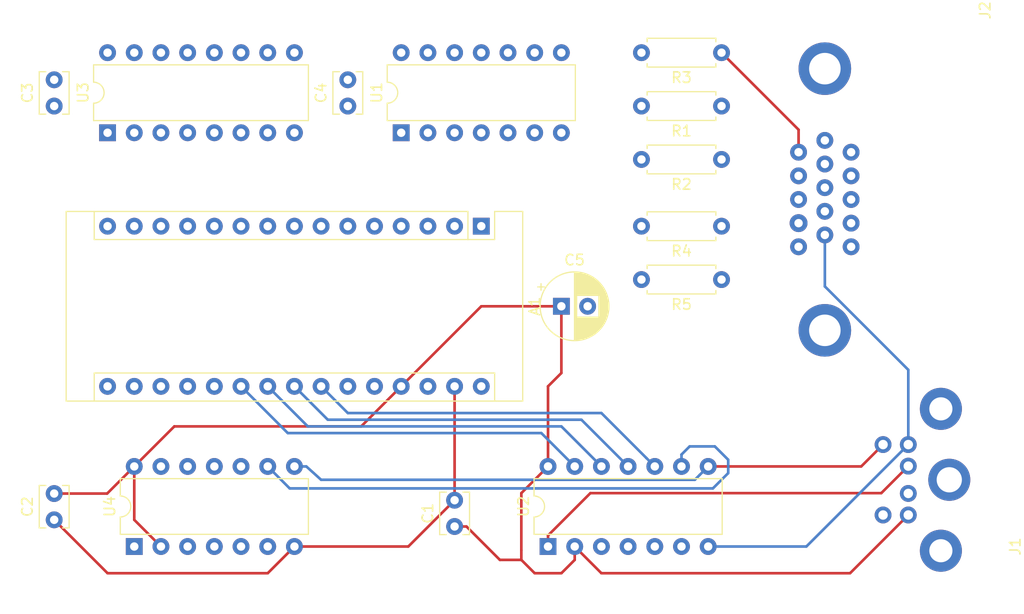
<source format=kicad_pcb>
(kicad_pcb (version 20171130) (host pcbnew "(5.1.5)-3")

  (general
    (thickness 1.6)
    (drawings 5)
    (tracks 71)
    (zones 0)
    (modules 17)
    (nets 58)
  )

  (page A4)
  (layers
    (0 F.Cu signal)
    (31 B.Cu signal)
    (32 B.Adhes user)
    (33 F.Adhes user)
    (34 B.Paste user)
    (35 F.Paste user)
    (36 B.SilkS user)
    (37 F.SilkS user)
    (38 B.Mask user)
    (39 F.Mask user)
    (40 Dwgs.User user)
    (41 Cmts.User user)
    (42 Eco1.User user)
    (43 Eco2.User user)
    (44 Edge.Cuts user)
    (45 Margin user)
    (46 B.CrtYd user)
    (47 F.CrtYd user)
    (48 B.Fab user)
    (49 F.Fab user)
  )

  (setup
    (last_trace_width 0.25)
    (trace_clearance 0.2)
    (zone_clearance 0.508)
    (zone_45_only no)
    (trace_min 0.2)
    (via_size 0.8)
    (via_drill 0.4)
    (via_min_size 0.4)
    (via_min_drill 0.3)
    (uvia_size 0.3)
    (uvia_drill 0.1)
    (uvias_allowed no)
    (uvia_min_size 0.2)
    (uvia_min_drill 0.1)
    (edge_width 0.05)
    (segment_width 0.2)
    (pcb_text_width 0.3)
    (pcb_text_size 1.5 1.5)
    (mod_edge_width 0.12)
    (mod_text_size 1 1)
    (mod_text_width 0.15)
    (pad_size 1.524 1.524)
    (pad_drill 0.762)
    (pad_to_mask_clearance 0.051)
    (solder_mask_min_width 0.25)
    (aux_axis_origin 0 0)
    (visible_elements 7FFFFFFF)
    (pcbplotparams
      (layerselection 0x010fc_ffffffff)
      (usegerberextensions false)
      (usegerberattributes false)
      (usegerberadvancedattributes false)
      (creategerberjobfile false)
      (excludeedgelayer true)
      (linewidth 0.100000)
      (plotframeref false)
      (viasonmask false)
      (mode 1)
      (useauxorigin false)
      (hpglpennumber 1)
      (hpglpenspeed 20)
      (hpglpendiameter 15.000000)
      (psnegative false)
      (psa4output false)
      (plotreference true)
      (plotvalue true)
      (plotinvisibletext false)
      (padsonsilk false)
      (subtractmaskfromsilk false)
      (outputformat 1)
      (mirror false)
      (drillshape 1)
      (scaleselection 1)
      (outputdirectory ""))
  )

  (net 0 "")
  (net 1 "Net-(A1-Pad1)")
  (net 2 "Net-(A1-Pad17)")
  (net 3 "Net-(A1-Pad2)")
  (net 4 "Net-(A1-Pad18)")
  (net 5 "Net-(A1-Pad3)")
  (net 6 "Net-(A1-Pad19)")
  (net 7 GND)
  (net 8 "Net-(A1-Pad20)")
  (net 9 "Net-(A1-Pad5)")
  (net 10 "Net-(A1-Pad21)")
  (net 11 "Net-(A1-Pad6)")
  (net 12 "Net-(A1-Pad22)")
  (net 13 "Net-(A1-Pad7)")
  (net 14 "Net-(A1-Pad23)")
  (net 15 "Net-(A1-Pad8)")
  (net 16 "Net-(A1-Pad24)")
  (net 17 "Net-(A1-Pad9)")
  (net 18 "Net-(A1-Pad25)")
  (net 19 "Net-(A1-Pad10)")
  (net 20 "Net-(A1-Pad26)")
  (net 21 "Net-(A1-Pad11)")
  (net 22 +5V)
  (net 23 "Net-(A1-Pad12)")
  (net 24 "Net-(A1-Pad28)")
  (net 25 "Net-(A1-Pad13)")
  (net 26 "Net-(A1-Pad14)")
  (net 27 "Net-(A1-Pad30)")
  (net 28 "Net-(A1-Pad15)")
  (net 29 "Net-(A1-Pad16)")
  (net 30 "Net-(J1-Pad1)")
  (net 31 "Net-(J1-Pad2)")
  (net 32 "Net-(J1-Pad5)")
  (net 33 "Net-(J1-Pad6)")
  (net 34 "Net-(J2-Pad1)")
  (net 35 "Net-(J2-Pad4)")
  (net 36 "Net-(J2-Pad9)")
  (net 37 "Net-(J2-Pad11)")
  (net 38 "Net-(J2-Pad12)")
  (net 39 "Net-(J2-Pad13)")
  (net 40 "Net-(J2-Pad14)")
  (net 41 "Net-(J2-Pad15)")
  (net 42 "Net-(R3-Pad2)")
  (net 43 "Net-(R4-Pad1)")
  (net 44 "Net-(R5-Pad1)")
  (net 45 "Net-(U1-Pad12)")
  (net 46 "Net-(U1-Pad6)")
  (net 47 "Net-(U1-Pad3)")
  (net 48 "Net-(U1-Pad11)")
  (net 49 "Net-(U2-Pad4)")
  (net 50 "Net-(U2-Pad3)")
  (net 51 "Net-(U3-Pad7)")
  (net 52 "Net-(U4-Pad10)")
  (net 53 "Net-(U4-Pad11)")
  (net 54 "Net-(U4-Pad5)")
  (net 55 "Net-(U4-Pad12)")
  (net 56 "Net-(U4-Pad6)")
  (net 57 "Net-(U4-Pad13)")

  (net_class Default "This is the default net class."
    (clearance 0.2)
    (trace_width 0.25)
    (via_dia 0.8)
    (via_drill 0.4)
    (uvia_dia 0.3)
    (uvia_drill 0.1)
    (add_net +5V)
    (add_net GND)
    (add_net "Net-(A1-Pad1)")
    (add_net "Net-(A1-Pad10)")
    (add_net "Net-(A1-Pad11)")
    (add_net "Net-(A1-Pad12)")
    (add_net "Net-(A1-Pad13)")
    (add_net "Net-(A1-Pad14)")
    (add_net "Net-(A1-Pad15)")
    (add_net "Net-(A1-Pad16)")
    (add_net "Net-(A1-Pad17)")
    (add_net "Net-(A1-Pad18)")
    (add_net "Net-(A1-Pad19)")
    (add_net "Net-(A1-Pad2)")
    (add_net "Net-(A1-Pad20)")
    (add_net "Net-(A1-Pad21)")
    (add_net "Net-(A1-Pad22)")
    (add_net "Net-(A1-Pad23)")
    (add_net "Net-(A1-Pad24)")
    (add_net "Net-(A1-Pad25)")
    (add_net "Net-(A1-Pad26)")
    (add_net "Net-(A1-Pad28)")
    (add_net "Net-(A1-Pad3)")
    (add_net "Net-(A1-Pad30)")
    (add_net "Net-(A1-Pad5)")
    (add_net "Net-(A1-Pad6)")
    (add_net "Net-(A1-Pad7)")
    (add_net "Net-(A1-Pad8)")
    (add_net "Net-(A1-Pad9)")
    (add_net "Net-(J1-Pad1)")
    (add_net "Net-(J1-Pad2)")
    (add_net "Net-(J1-Pad5)")
    (add_net "Net-(J1-Pad6)")
    (add_net "Net-(J2-Pad1)")
    (add_net "Net-(J2-Pad11)")
    (add_net "Net-(J2-Pad12)")
    (add_net "Net-(J2-Pad13)")
    (add_net "Net-(J2-Pad14)")
    (add_net "Net-(J2-Pad15)")
    (add_net "Net-(J2-Pad4)")
    (add_net "Net-(J2-Pad9)")
    (add_net "Net-(R3-Pad2)")
    (add_net "Net-(R4-Pad1)")
    (add_net "Net-(R5-Pad1)")
    (add_net "Net-(U1-Pad11)")
    (add_net "Net-(U1-Pad12)")
    (add_net "Net-(U1-Pad3)")
    (add_net "Net-(U1-Pad6)")
    (add_net "Net-(U2-Pad3)")
    (add_net "Net-(U2-Pad4)")
    (add_net "Net-(U3-Pad7)")
    (add_net "Net-(U4-Pad10)")
    (add_net "Net-(U4-Pad11)")
    (add_net "Net-(U4-Pad12)")
    (add_net "Net-(U4-Pad13)")
    (add_net "Net-(U4-Pad5)")
    (add_net "Net-(U4-Pad6)")
  )

  (module ArduinoPC:FP_MINI_DIN_6_PS2 (layer F.Cu) (tedit 5F735A85) (tstamp 5F6C2356)
    (at 204.47 114.3 270)
    (path /5F5B16AD)
    (fp_text reference J1 (at 6.35 -1.27 90) (layer F.SilkS)
      (effects (font (size 1 1) (thickness 0.15)))
    )
    (fp_text value "PS/2 Keyboard" (at 0 5.08 90) (layer F.Fab)
      (effects (font (size 1 1) (thickness 0.15)))
    )
    (fp_line (start 3.81 1.57) (end 3.81 0) (layer F.Fab) (width 0.12))
    (fp_line (start -3.81 1.57) (end 3.81 1.57) (layer F.Fab) (width 0.12))
    (fp_line (start -3.81 0) (end -3.81 1.57) (layer F.Fab) (width 0.12))
    (fp_line (start 7 0) (end 7 13.2) (layer F.Fab) (width 0.12))
    (fp_line (start -7 13.2) (end 7 13.2) (layer F.Fab) (width 0.12))
    (fp_line (start -7 0) (end -7 13.2) (layer F.Fab) (width 0.12))
    (fp_line (start 0 0) (end -7 0) (layer F.Fab) (width 0.12))
    (fp_line (start 0 0) (end 7 0) (layer F.Fab) (width 0.12))
    (pad 5 thru_hole circle (at -3.35 11.3 270) (size 1.6 1.6) (drill 0.9) (layers *.Cu *.Mask)
      (net 32 "Net-(J1-Pad5)"))
    (pad 6 thru_hole circle (at 3.35 11.3 270) (size 1.6 1.6) (drill 0.9) (layers *.Cu *.Mask)
      (net 33 "Net-(J1-Pad6)"))
    (pad 4 thru_hole circle (at 3.35 8.9 270) (size 1.6 1.6) (drill 0.9) (layers *.Cu *.Mask)
      (net 22 +5V))
    (pad 3 thru_hole circle (at -3.35 8.9 270) (size 1.6 1.6) (drill 0.9) (layers *.Cu *.Mask)
      (net 7 GND))
    (pad 1 thru_hole circle (at -1.3 8.9 270) (size 1.6 1.6) (drill 0.9) (layers *.Cu *.Mask)
      (net 30 "Net-(J1-Pad1)"))
    (pad "" thru_hole circle (at -6.75 5.8 270) (size 4 4) (drill 2.2) (layers *.Cu *.Mask))
    (pad "" thru_hole circle (at 6.75 5.8 270) (size 4 4) (drill 2.2) (layers *.Cu *.Mask))
    (pad "" thru_hole circle (at 0 5 270) (size 4 4) (drill 2.4) (layers *.Cu *.Mask))
    (pad 2 thru_hole circle (at 1.3 8.9 270) (size 1.6 1.6) (drill 0.9) (layers *.Cu *.Mask)
      (net 31 "Net-(J1-Pad2)"))
  )

  (module Module:Arduino_Nano (layer F.Cu) (tedit 58ACAF70) (tstamp 5F6C225C)
    (at 154.94 90.17 270)
    (descr "Arduino Nano, http://www.mouser.com/pdfdocs/Gravitech_Arduino_Nano3_0.pdf")
    (tags "Arduino Nano")
    (path /5F5373F1)
    (fp_text reference A1 (at 7.62 -5.08 90) (layer F.SilkS)
      (effects (font (size 1 1) (thickness 0.15)))
    )
    (fp_text value Arduino_Nano_v3.x (at 8.89 19.05) (layer F.Fab)
      (effects (font (size 1 1) (thickness 0.15)))
    )
    (fp_line (start 16.75 42.16) (end -1.53 42.16) (layer F.CrtYd) (width 0.05))
    (fp_line (start 16.75 42.16) (end 16.75 -4.06) (layer F.CrtYd) (width 0.05))
    (fp_line (start -1.53 -4.06) (end -1.53 42.16) (layer F.CrtYd) (width 0.05))
    (fp_line (start -1.53 -4.06) (end 16.75 -4.06) (layer F.CrtYd) (width 0.05))
    (fp_line (start 16.51 -3.81) (end 16.51 39.37) (layer F.Fab) (width 0.1))
    (fp_line (start 0 -3.81) (end 16.51 -3.81) (layer F.Fab) (width 0.1))
    (fp_line (start -1.27 -2.54) (end 0 -3.81) (layer F.Fab) (width 0.1))
    (fp_line (start -1.27 39.37) (end -1.27 -2.54) (layer F.Fab) (width 0.1))
    (fp_line (start 16.51 39.37) (end -1.27 39.37) (layer F.Fab) (width 0.1))
    (fp_line (start 16.64 -3.94) (end -1.4 -3.94) (layer F.SilkS) (width 0.12))
    (fp_line (start 16.64 39.5) (end 16.64 -3.94) (layer F.SilkS) (width 0.12))
    (fp_line (start -1.4 39.5) (end 16.64 39.5) (layer F.SilkS) (width 0.12))
    (fp_line (start 3.81 41.91) (end 3.81 31.75) (layer F.Fab) (width 0.1))
    (fp_line (start 11.43 41.91) (end 3.81 41.91) (layer F.Fab) (width 0.1))
    (fp_line (start 11.43 31.75) (end 11.43 41.91) (layer F.Fab) (width 0.1))
    (fp_line (start 3.81 31.75) (end 11.43 31.75) (layer F.Fab) (width 0.1))
    (fp_line (start 1.27 36.83) (end -1.4 36.83) (layer F.SilkS) (width 0.12))
    (fp_line (start 1.27 1.27) (end 1.27 36.83) (layer F.SilkS) (width 0.12))
    (fp_line (start 1.27 1.27) (end -1.4 1.27) (layer F.SilkS) (width 0.12))
    (fp_line (start 13.97 36.83) (end 16.64 36.83) (layer F.SilkS) (width 0.12))
    (fp_line (start 13.97 -1.27) (end 13.97 36.83) (layer F.SilkS) (width 0.12))
    (fp_line (start 13.97 -1.27) (end 16.64 -1.27) (layer F.SilkS) (width 0.12))
    (fp_line (start -1.4 -3.94) (end -1.4 -1.27) (layer F.SilkS) (width 0.12))
    (fp_line (start -1.4 1.27) (end -1.4 39.5) (layer F.SilkS) (width 0.12))
    (fp_line (start 1.27 -1.27) (end -1.4 -1.27) (layer F.SilkS) (width 0.12))
    (fp_line (start 1.27 1.27) (end 1.27 -1.27) (layer F.SilkS) (width 0.12))
    (fp_text user %R (at 6.35 19.05) (layer F.Fab)
      (effects (font (size 1 1) (thickness 0.15)))
    )
    (pad 16 thru_hole oval (at 15.24 35.56 270) (size 1.6 1.6) (drill 0.8) (layers *.Cu *.Mask)
      (net 29 "Net-(A1-Pad16)"))
    (pad 15 thru_hole oval (at 0 35.56 270) (size 1.6 1.6) (drill 0.8) (layers *.Cu *.Mask)
      (net 28 "Net-(A1-Pad15)"))
    (pad 30 thru_hole oval (at 15.24 0 270) (size 1.6 1.6) (drill 0.8) (layers *.Cu *.Mask)
      (net 27 "Net-(A1-Pad30)"))
    (pad 14 thru_hole oval (at 0 33.02 270) (size 1.6 1.6) (drill 0.8) (layers *.Cu *.Mask)
      (net 26 "Net-(A1-Pad14)"))
    (pad 29 thru_hole oval (at 15.24 2.54 270) (size 1.6 1.6) (drill 0.8) (layers *.Cu *.Mask)
      (net 7 GND))
    (pad 13 thru_hole oval (at 0 30.48 270) (size 1.6 1.6) (drill 0.8) (layers *.Cu *.Mask)
      (net 25 "Net-(A1-Pad13)"))
    (pad 28 thru_hole oval (at 15.24 5.08 270) (size 1.6 1.6) (drill 0.8) (layers *.Cu *.Mask)
      (net 24 "Net-(A1-Pad28)"))
    (pad 12 thru_hole oval (at 0 27.94 270) (size 1.6 1.6) (drill 0.8) (layers *.Cu *.Mask)
      (net 23 "Net-(A1-Pad12)"))
    (pad 27 thru_hole oval (at 15.24 7.62 270) (size 1.6 1.6) (drill 0.8) (layers *.Cu *.Mask)
      (net 22 +5V))
    (pad 11 thru_hole oval (at 0 25.4 270) (size 1.6 1.6) (drill 0.8) (layers *.Cu *.Mask)
      (net 21 "Net-(A1-Pad11)"))
    (pad 26 thru_hole oval (at 15.24 10.16 270) (size 1.6 1.6) (drill 0.8) (layers *.Cu *.Mask)
      (net 20 "Net-(A1-Pad26)"))
    (pad 10 thru_hole oval (at 0 22.86 270) (size 1.6 1.6) (drill 0.8) (layers *.Cu *.Mask)
      (net 19 "Net-(A1-Pad10)"))
    (pad 25 thru_hole oval (at 15.24 12.7 270) (size 1.6 1.6) (drill 0.8) (layers *.Cu *.Mask)
      (net 18 "Net-(A1-Pad25)"))
    (pad 9 thru_hole oval (at 0 20.32 270) (size 1.6 1.6) (drill 0.8) (layers *.Cu *.Mask)
      (net 17 "Net-(A1-Pad9)"))
    (pad 24 thru_hole oval (at 15.24 15.24 270) (size 1.6 1.6) (drill 0.8) (layers *.Cu *.Mask)
      (net 16 "Net-(A1-Pad24)"))
    (pad 8 thru_hole oval (at 0 17.78 270) (size 1.6 1.6) (drill 0.8) (layers *.Cu *.Mask)
      (net 15 "Net-(A1-Pad8)"))
    (pad 23 thru_hole oval (at 15.24 17.78 270) (size 1.6 1.6) (drill 0.8) (layers *.Cu *.Mask)
      (net 14 "Net-(A1-Pad23)"))
    (pad 7 thru_hole oval (at 0 15.24 270) (size 1.6 1.6) (drill 0.8) (layers *.Cu *.Mask)
      (net 13 "Net-(A1-Pad7)"))
    (pad 22 thru_hole oval (at 15.24 20.32 270) (size 1.6 1.6) (drill 0.8) (layers *.Cu *.Mask)
      (net 12 "Net-(A1-Pad22)"))
    (pad 6 thru_hole oval (at 0 12.7 270) (size 1.6 1.6) (drill 0.8) (layers *.Cu *.Mask)
      (net 11 "Net-(A1-Pad6)"))
    (pad 21 thru_hole oval (at 15.24 22.86 270) (size 1.6 1.6) (drill 0.8) (layers *.Cu *.Mask)
      (net 10 "Net-(A1-Pad21)"))
    (pad 5 thru_hole oval (at 0 10.16 270) (size 1.6 1.6) (drill 0.8) (layers *.Cu *.Mask)
      (net 9 "Net-(A1-Pad5)"))
    (pad 20 thru_hole oval (at 15.24 25.4 270) (size 1.6 1.6) (drill 0.8) (layers *.Cu *.Mask)
      (net 8 "Net-(A1-Pad20)"))
    (pad 4 thru_hole oval (at 0 7.62 270) (size 1.6 1.6) (drill 0.8) (layers *.Cu *.Mask)
      (net 7 GND))
    (pad 19 thru_hole oval (at 15.24 27.94 270) (size 1.6 1.6) (drill 0.8) (layers *.Cu *.Mask)
      (net 6 "Net-(A1-Pad19)"))
    (pad 3 thru_hole oval (at 0 5.08 270) (size 1.6 1.6) (drill 0.8) (layers *.Cu *.Mask)
      (net 5 "Net-(A1-Pad3)"))
    (pad 18 thru_hole oval (at 15.24 30.48 270) (size 1.6 1.6) (drill 0.8) (layers *.Cu *.Mask)
      (net 4 "Net-(A1-Pad18)"))
    (pad 2 thru_hole oval (at 0 2.54 270) (size 1.6 1.6) (drill 0.8) (layers *.Cu *.Mask)
      (net 3 "Net-(A1-Pad2)"))
    (pad 17 thru_hole oval (at 15.24 33.02 270) (size 1.6 1.6) (drill 0.8) (layers *.Cu *.Mask)
      (net 2 "Net-(A1-Pad17)"))
    (pad 1 thru_hole rect (at 0 0 270) (size 1.6 1.6) (drill 0.8) (layers *.Cu *.Mask)
      (net 1 "Net-(A1-Pad1)"))
    (model ${KISYS3DMOD}/Module.3dshapes/Arduino_Nano_WithMountingHoles.wrl
      (at (xyz 0 0 0))
      (scale (xyz 1 1 1))
      (rotate (xyz 0 0 0))
    )
  )

  (module Capacitor_THT:C_Disc_D3.8mm_W2.6mm_P2.50mm (layer F.Cu) (tedit 5AE50EF0) (tstamp 5F6C2271)
    (at 152.4 118.745 90)
    (descr "C, Disc series, Radial, pin pitch=2.50mm, , diameter*width=3.8*2.6mm^2, Capacitor, http://www.vishay.com/docs/45233/krseries.pdf")
    (tags "C Disc series Radial pin pitch 2.50mm  diameter 3.8mm width 2.6mm Capacitor")
    (path /5FF530AF)
    (fp_text reference C1 (at 1.25 -2.55 90) (layer F.SilkS)
      (effects (font (size 1 1) (thickness 0.15)))
    )
    (fp_text value 100n (at 1.25 2.55 90) (layer F.Fab)
      (effects (font (size 1 1) (thickness 0.15)))
    )
    (fp_text user %R (at 1.25 0 90) (layer F.Fab)
      (effects (font (size 0.76 0.76) (thickness 0.114)))
    )
    (fp_line (start 3.55 -1.55) (end -1.05 -1.55) (layer F.CrtYd) (width 0.05))
    (fp_line (start 3.55 1.55) (end 3.55 -1.55) (layer F.CrtYd) (width 0.05))
    (fp_line (start -1.05 1.55) (end 3.55 1.55) (layer F.CrtYd) (width 0.05))
    (fp_line (start -1.05 -1.55) (end -1.05 1.55) (layer F.CrtYd) (width 0.05))
    (fp_line (start 3.27 0.795) (end 3.27 1.42) (layer F.SilkS) (width 0.12))
    (fp_line (start 3.27 -1.42) (end 3.27 -0.795) (layer F.SilkS) (width 0.12))
    (fp_line (start -0.77 0.795) (end -0.77 1.42) (layer F.SilkS) (width 0.12))
    (fp_line (start -0.77 -1.42) (end -0.77 -0.795) (layer F.SilkS) (width 0.12))
    (fp_line (start -0.77 1.42) (end 3.27 1.42) (layer F.SilkS) (width 0.12))
    (fp_line (start -0.77 -1.42) (end 3.27 -1.42) (layer F.SilkS) (width 0.12))
    (fp_line (start 3.15 -1.3) (end -0.65 -1.3) (layer F.Fab) (width 0.1))
    (fp_line (start 3.15 1.3) (end 3.15 -1.3) (layer F.Fab) (width 0.1))
    (fp_line (start -0.65 1.3) (end 3.15 1.3) (layer F.Fab) (width 0.1))
    (fp_line (start -0.65 -1.3) (end -0.65 1.3) (layer F.Fab) (width 0.1))
    (pad 2 thru_hole circle (at 2.5 0 90) (size 1.6 1.6) (drill 0.8) (layers *.Cu *.Mask)
      (net 7 GND))
    (pad 1 thru_hole circle (at 0 0 90) (size 1.6 1.6) (drill 0.8) (layers *.Cu *.Mask)
      (net 22 +5V))
    (model ${KISYS3DMOD}/Capacitor_THT.3dshapes/C_Disc_D3.8mm_W2.6mm_P2.50mm.wrl
      (at (xyz 0 0 0))
      (scale (xyz 1 1 1))
      (rotate (xyz 0 0 0))
    )
  )

  (module Capacitor_THT:C_Disc_D3.8mm_W2.6mm_P2.50mm (layer F.Cu) (tedit 5AE50EF0) (tstamp 5F6C2286)
    (at 114.3 118.11 90)
    (descr "C, Disc series, Radial, pin pitch=2.50mm, , diameter*width=3.8*2.6mm^2, Capacitor, http://www.vishay.com/docs/45233/krseries.pdf")
    (tags "C Disc series Radial pin pitch 2.50mm  diameter 3.8mm width 2.6mm Capacitor")
    (path /5F7F839C)
    (fp_text reference C2 (at 1.25 -2.55 90) (layer F.SilkS)
      (effects (font (size 1 1) (thickness 0.15)))
    )
    (fp_text value 100n (at 1.25 2.55 90) (layer F.Fab)
      (effects (font (size 1 1) (thickness 0.15)))
    )
    (fp_text user %R (at 1.27 0.654999 90) (layer F.Fab)
      (effects (font (size 0.76 0.76) (thickness 0.114)))
    )
    (fp_line (start 3.55 -1.55) (end -1.05 -1.55) (layer F.CrtYd) (width 0.05))
    (fp_line (start 3.55 1.55) (end 3.55 -1.55) (layer F.CrtYd) (width 0.05))
    (fp_line (start -1.05 1.55) (end 3.55 1.55) (layer F.CrtYd) (width 0.05))
    (fp_line (start -1.05 -1.55) (end -1.05 1.55) (layer F.CrtYd) (width 0.05))
    (fp_line (start 3.27 0.795) (end 3.27 1.42) (layer F.SilkS) (width 0.12))
    (fp_line (start 3.27 -1.42) (end 3.27 -0.795) (layer F.SilkS) (width 0.12))
    (fp_line (start -0.77 0.795) (end -0.77 1.42) (layer F.SilkS) (width 0.12))
    (fp_line (start -0.77 -1.42) (end -0.77 -0.795) (layer F.SilkS) (width 0.12))
    (fp_line (start -0.77 1.42) (end 3.27 1.42) (layer F.SilkS) (width 0.12))
    (fp_line (start -0.77 -1.42) (end 3.27 -1.42) (layer F.SilkS) (width 0.12))
    (fp_line (start 3.15 -1.3) (end -0.65 -1.3) (layer F.Fab) (width 0.1))
    (fp_line (start 3.15 1.3) (end 3.15 -1.3) (layer F.Fab) (width 0.1))
    (fp_line (start -0.65 1.3) (end 3.15 1.3) (layer F.Fab) (width 0.1))
    (fp_line (start -0.65 -1.3) (end -0.65 1.3) (layer F.Fab) (width 0.1))
    (pad 2 thru_hole circle (at 2.5 0 90) (size 1.6 1.6) (drill 0.8) (layers *.Cu *.Mask)
      (net 22 +5V))
    (pad 1 thru_hole circle (at 0 0 90) (size 1.6 1.6) (drill 0.8) (layers *.Cu *.Mask)
      (net 7 GND))
    (model ${KISYS3DMOD}/Capacitor_THT.3dshapes/C_Disc_D3.8mm_W2.6mm_P2.50mm.wrl
      (at (xyz 0 0 0))
      (scale (xyz 1 1 1))
      (rotate (xyz 0 0 0))
    )
  )

  (module Capacitor_THT:C_Disc_D3.8mm_W2.6mm_P2.50mm (layer F.Cu) (tedit 5AE50EF0) (tstamp 5F6C229B)
    (at 114.3 78.74 90)
    (descr "C, Disc series, Radial, pin pitch=2.50mm, , diameter*width=3.8*2.6mm^2, Capacitor, http://www.vishay.com/docs/45233/krseries.pdf")
    (tags "C Disc series Radial pin pitch 2.50mm  diameter 3.8mm width 2.6mm Capacitor")
    (path /5F6481D7)
    (fp_text reference C3 (at 1.25 -2.55 90) (layer F.SilkS)
      (effects (font (size 1 1) (thickness 0.15)))
    )
    (fp_text value 100n (at 1.25 2.55 90) (layer F.Fab)
      (effects (font (size 1 1) (thickness 0.15)))
    )
    (fp_text user %R (at 1.27 -1.27 90) (layer F.Fab)
      (effects (font (size 0.76 0.76) (thickness 0.114)))
    )
    (fp_line (start 3.55 -1.55) (end -1.05 -1.55) (layer F.CrtYd) (width 0.05))
    (fp_line (start 3.55 1.55) (end 3.55 -1.55) (layer F.CrtYd) (width 0.05))
    (fp_line (start -1.05 1.55) (end 3.55 1.55) (layer F.CrtYd) (width 0.05))
    (fp_line (start -1.05 -1.55) (end -1.05 1.55) (layer F.CrtYd) (width 0.05))
    (fp_line (start 3.27 0.795) (end 3.27 1.42) (layer F.SilkS) (width 0.12))
    (fp_line (start 3.27 -1.42) (end 3.27 -0.795) (layer F.SilkS) (width 0.12))
    (fp_line (start -0.77 0.795) (end -0.77 1.42) (layer F.SilkS) (width 0.12))
    (fp_line (start -0.77 -1.42) (end -0.77 -0.795) (layer F.SilkS) (width 0.12))
    (fp_line (start -0.77 1.42) (end 3.27 1.42) (layer F.SilkS) (width 0.12))
    (fp_line (start -0.77 -1.42) (end 3.27 -1.42) (layer F.SilkS) (width 0.12))
    (fp_line (start 3.15 -1.3) (end -0.65 -1.3) (layer F.Fab) (width 0.1))
    (fp_line (start 3.15 1.3) (end 3.15 -1.3) (layer F.Fab) (width 0.1))
    (fp_line (start -0.65 1.3) (end 3.15 1.3) (layer F.Fab) (width 0.1))
    (fp_line (start -0.65 -1.3) (end -0.65 1.3) (layer F.Fab) (width 0.1))
    (pad 2 thru_hole circle (at 2.5 0 90) (size 1.6 1.6) (drill 0.8) (layers *.Cu *.Mask)
      (net 22 +5V))
    (pad 1 thru_hole circle (at 0 0 90) (size 1.6 1.6) (drill 0.8) (layers *.Cu *.Mask)
      (net 7 GND))
    (model ${KISYS3DMOD}/Capacitor_THT.3dshapes/C_Disc_D3.8mm_W2.6mm_P2.50mm.wrl
      (at (xyz 0 0 0))
      (scale (xyz 1 1 1))
      (rotate (xyz 0 0 0))
    )
  )

  (module Capacitor_THT:C_Disc_D3.8mm_W2.6mm_P2.50mm (layer F.Cu) (tedit 5AE50EF0) (tstamp 5F6C22B0)
    (at 142.24 78.74 90)
    (descr "C, Disc series, Radial, pin pitch=2.50mm, , diameter*width=3.8*2.6mm^2, Capacitor, http://www.vishay.com/docs/45233/krseries.pdf")
    (tags "C Disc series Radial pin pitch 2.50mm  diameter 3.8mm width 2.6mm Capacitor")
    (path /5F6514AD)
    (fp_text reference C4 (at 1.25 -2.55 90) (layer F.SilkS)
      (effects (font (size 1 1) (thickness 0.15)))
    )
    (fp_text value 100n (at 1.25 2.55 90) (layer F.Fab)
      (effects (font (size 1 1) (thickness 0.15)))
    )
    (fp_text user %R (at 1.25 0 90) (layer F.Fab)
      (effects (font (size 0.76 0.76) (thickness 0.114)))
    )
    (fp_line (start 3.55 -1.55) (end -1.05 -1.55) (layer F.CrtYd) (width 0.05))
    (fp_line (start 3.55 1.55) (end 3.55 -1.55) (layer F.CrtYd) (width 0.05))
    (fp_line (start -1.05 1.55) (end 3.55 1.55) (layer F.CrtYd) (width 0.05))
    (fp_line (start -1.05 -1.55) (end -1.05 1.55) (layer F.CrtYd) (width 0.05))
    (fp_line (start 3.27 0.795) (end 3.27 1.42) (layer F.SilkS) (width 0.12))
    (fp_line (start 3.27 -1.42) (end 3.27 -0.795) (layer F.SilkS) (width 0.12))
    (fp_line (start -0.77 0.795) (end -0.77 1.42) (layer F.SilkS) (width 0.12))
    (fp_line (start -0.77 -1.42) (end -0.77 -0.795) (layer F.SilkS) (width 0.12))
    (fp_line (start -0.77 1.42) (end 3.27 1.42) (layer F.SilkS) (width 0.12))
    (fp_line (start -0.77 -1.42) (end 3.27 -1.42) (layer F.SilkS) (width 0.12))
    (fp_line (start 3.15 -1.3) (end -0.65 -1.3) (layer F.Fab) (width 0.1))
    (fp_line (start 3.15 1.3) (end 3.15 -1.3) (layer F.Fab) (width 0.1))
    (fp_line (start -0.65 1.3) (end 3.15 1.3) (layer F.Fab) (width 0.1))
    (fp_line (start -0.65 -1.3) (end -0.65 1.3) (layer F.Fab) (width 0.1))
    (pad 2 thru_hole circle (at 2.5 0 90) (size 1.6 1.6) (drill 0.8) (layers *.Cu *.Mask)
      (net 22 +5V))
    (pad 1 thru_hole circle (at 0 0 90) (size 1.6 1.6) (drill 0.8) (layers *.Cu *.Mask)
      (net 7 GND))
    (model ${KISYS3DMOD}/Capacitor_THT.3dshapes/C_Disc_D3.8mm_W2.6mm_P2.50mm.wrl
      (at (xyz 0 0 0))
      (scale (xyz 1 1 1))
      (rotate (xyz 0 0 0))
    )
  )

  (module Capacitor_THT:CP_Radial_D6.3mm_P2.50mm (layer F.Cu) (tedit 5AE50EF0) (tstamp 5F6C2344)
    (at 162.56 97.79)
    (descr "CP, Radial series, Radial, pin pitch=2.50mm, , diameter=6.3mm, Electrolytic Capacitor")
    (tags "CP Radial series Radial pin pitch 2.50mm  diameter 6.3mm Electrolytic Capacitor")
    (path /60032BFB)
    (fp_text reference C5 (at 1.25 -4.4) (layer F.SilkS)
      (effects (font (size 1 1) (thickness 0.15)))
    )
    (fp_text value 47µ (at 1.25 4.4) (layer F.Fab)
      (effects (font (size 1 1) (thickness 0.15)))
    )
    (fp_text user %R (at 1.25 0) (layer F.Fab)
      (effects (font (size 1 1) (thickness 0.15)))
    )
    (fp_line (start -1.935241 -2.154) (end -1.935241 -1.524) (layer F.SilkS) (width 0.12))
    (fp_line (start -2.250241 -1.839) (end -1.620241 -1.839) (layer F.SilkS) (width 0.12))
    (fp_line (start 4.491 -0.402) (end 4.491 0.402) (layer F.SilkS) (width 0.12))
    (fp_line (start 4.451 -0.633) (end 4.451 0.633) (layer F.SilkS) (width 0.12))
    (fp_line (start 4.411 -0.802) (end 4.411 0.802) (layer F.SilkS) (width 0.12))
    (fp_line (start 4.371 -0.94) (end 4.371 0.94) (layer F.SilkS) (width 0.12))
    (fp_line (start 4.331 -1.059) (end 4.331 1.059) (layer F.SilkS) (width 0.12))
    (fp_line (start 4.291 -1.165) (end 4.291 1.165) (layer F.SilkS) (width 0.12))
    (fp_line (start 4.251 -1.262) (end 4.251 1.262) (layer F.SilkS) (width 0.12))
    (fp_line (start 4.211 -1.35) (end 4.211 1.35) (layer F.SilkS) (width 0.12))
    (fp_line (start 4.171 -1.432) (end 4.171 1.432) (layer F.SilkS) (width 0.12))
    (fp_line (start 4.131 -1.509) (end 4.131 1.509) (layer F.SilkS) (width 0.12))
    (fp_line (start 4.091 -1.581) (end 4.091 1.581) (layer F.SilkS) (width 0.12))
    (fp_line (start 4.051 -1.65) (end 4.051 1.65) (layer F.SilkS) (width 0.12))
    (fp_line (start 4.011 -1.714) (end 4.011 1.714) (layer F.SilkS) (width 0.12))
    (fp_line (start 3.971 -1.776) (end 3.971 1.776) (layer F.SilkS) (width 0.12))
    (fp_line (start 3.931 -1.834) (end 3.931 1.834) (layer F.SilkS) (width 0.12))
    (fp_line (start 3.891 -1.89) (end 3.891 1.89) (layer F.SilkS) (width 0.12))
    (fp_line (start 3.851 -1.944) (end 3.851 1.944) (layer F.SilkS) (width 0.12))
    (fp_line (start 3.811 -1.995) (end 3.811 1.995) (layer F.SilkS) (width 0.12))
    (fp_line (start 3.771 -2.044) (end 3.771 2.044) (layer F.SilkS) (width 0.12))
    (fp_line (start 3.731 -2.092) (end 3.731 2.092) (layer F.SilkS) (width 0.12))
    (fp_line (start 3.691 -2.137) (end 3.691 2.137) (layer F.SilkS) (width 0.12))
    (fp_line (start 3.651 -2.182) (end 3.651 2.182) (layer F.SilkS) (width 0.12))
    (fp_line (start 3.611 -2.224) (end 3.611 2.224) (layer F.SilkS) (width 0.12))
    (fp_line (start 3.571 -2.265) (end 3.571 2.265) (layer F.SilkS) (width 0.12))
    (fp_line (start 3.531 1.04) (end 3.531 2.305) (layer F.SilkS) (width 0.12))
    (fp_line (start 3.531 -2.305) (end 3.531 -1.04) (layer F.SilkS) (width 0.12))
    (fp_line (start 3.491 1.04) (end 3.491 2.343) (layer F.SilkS) (width 0.12))
    (fp_line (start 3.491 -2.343) (end 3.491 -1.04) (layer F.SilkS) (width 0.12))
    (fp_line (start 3.451 1.04) (end 3.451 2.38) (layer F.SilkS) (width 0.12))
    (fp_line (start 3.451 -2.38) (end 3.451 -1.04) (layer F.SilkS) (width 0.12))
    (fp_line (start 3.411 1.04) (end 3.411 2.416) (layer F.SilkS) (width 0.12))
    (fp_line (start 3.411 -2.416) (end 3.411 -1.04) (layer F.SilkS) (width 0.12))
    (fp_line (start 3.371 1.04) (end 3.371 2.45) (layer F.SilkS) (width 0.12))
    (fp_line (start 3.371 -2.45) (end 3.371 -1.04) (layer F.SilkS) (width 0.12))
    (fp_line (start 3.331 1.04) (end 3.331 2.484) (layer F.SilkS) (width 0.12))
    (fp_line (start 3.331 -2.484) (end 3.331 -1.04) (layer F.SilkS) (width 0.12))
    (fp_line (start 3.291 1.04) (end 3.291 2.516) (layer F.SilkS) (width 0.12))
    (fp_line (start 3.291 -2.516) (end 3.291 -1.04) (layer F.SilkS) (width 0.12))
    (fp_line (start 3.251 1.04) (end 3.251 2.548) (layer F.SilkS) (width 0.12))
    (fp_line (start 3.251 -2.548) (end 3.251 -1.04) (layer F.SilkS) (width 0.12))
    (fp_line (start 3.211 1.04) (end 3.211 2.578) (layer F.SilkS) (width 0.12))
    (fp_line (start 3.211 -2.578) (end 3.211 -1.04) (layer F.SilkS) (width 0.12))
    (fp_line (start 3.171 1.04) (end 3.171 2.607) (layer F.SilkS) (width 0.12))
    (fp_line (start 3.171 -2.607) (end 3.171 -1.04) (layer F.SilkS) (width 0.12))
    (fp_line (start 3.131 1.04) (end 3.131 2.636) (layer F.SilkS) (width 0.12))
    (fp_line (start 3.131 -2.636) (end 3.131 -1.04) (layer F.SilkS) (width 0.12))
    (fp_line (start 3.091 1.04) (end 3.091 2.664) (layer F.SilkS) (width 0.12))
    (fp_line (start 3.091 -2.664) (end 3.091 -1.04) (layer F.SilkS) (width 0.12))
    (fp_line (start 3.051 1.04) (end 3.051 2.69) (layer F.SilkS) (width 0.12))
    (fp_line (start 3.051 -2.69) (end 3.051 -1.04) (layer F.SilkS) (width 0.12))
    (fp_line (start 3.011 1.04) (end 3.011 2.716) (layer F.SilkS) (width 0.12))
    (fp_line (start 3.011 -2.716) (end 3.011 -1.04) (layer F.SilkS) (width 0.12))
    (fp_line (start 2.971 1.04) (end 2.971 2.742) (layer F.SilkS) (width 0.12))
    (fp_line (start 2.971 -2.742) (end 2.971 -1.04) (layer F.SilkS) (width 0.12))
    (fp_line (start 2.931 1.04) (end 2.931 2.766) (layer F.SilkS) (width 0.12))
    (fp_line (start 2.931 -2.766) (end 2.931 -1.04) (layer F.SilkS) (width 0.12))
    (fp_line (start 2.891 1.04) (end 2.891 2.79) (layer F.SilkS) (width 0.12))
    (fp_line (start 2.891 -2.79) (end 2.891 -1.04) (layer F.SilkS) (width 0.12))
    (fp_line (start 2.851 1.04) (end 2.851 2.812) (layer F.SilkS) (width 0.12))
    (fp_line (start 2.851 -2.812) (end 2.851 -1.04) (layer F.SilkS) (width 0.12))
    (fp_line (start 2.811 1.04) (end 2.811 2.834) (layer F.SilkS) (width 0.12))
    (fp_line (start 2.811 -2.834) (end 2.811 -1.04) (layer F.SilkS) (width 0.12))
    (fp_line (start 2.771 1.04) (end 2.771 2.856) (layer F.SilkS) (width 0.12))
    (fp_line (start 2.771 -2.856) (end 2.771 -1.04) (layer F.SilkS) (width 0.12))
    (fp_line (start 2.731 1.04) (end 2.731 2.876) (layer F.SilkS) (width 0.12))
    (fp_line (start 2.731 -2.876) (end 2.731 -1.04) (layer F.SilkS) (width 0.12))
    (fp_line (start 2.691 1.04) (end 2.691 2.896) (layer F.SilkS) (width 0.12))
    (fp_line (start 2.691 -2.896) (end 2.691 -1.04) (layer F.SilkS) (width 0.12))
    (fp_line (start 2.651 1.04) (end 2.651 2.916) (layer F.SilkS) (width 0.12))
    (fp_line (start 2.651 -2.916) (end 2.651 -1.04) (layer F.SilkS) (width 0.12))
    (fp_line (start 2.611 1.04) (end 2.611 2.934) (layer F.SilkS) (width 0.12))
    (fp_line (start 2.611 -2.934) (end 2.611 -1.04) (layer F.SilkS) (width 0.12))
    (fp_line (start 2.571 1.04) (end 2.571 2.952) (layer F.SilkS) (width 0.12))
    (fp_line (start 2.571 -2.952) (end 2.571 -1.04) (layer F.SilkS) (width 0.12))
    (fp_line (start 2.531 1.04) (end 2.531 2.97) (layer F.SilkS) (width 0.12))
    (fp_line (start 2.531 -2.97) (end 2.531 -1.04) (layer F.SilkS) (width 0.12))
    (fp_line (start 2.491 1.04) (end 2.491 2.986) (layer F.SilkS) (width 0.12))
    (fp_line (start 2.491 -2.986) (end 2.491 -1.04) (layer F.SilkS) (width 0.12))
    (fp_line (start 2.451 1.04) (end 2.451 3.002) (layer F.SilkS) (width 0.12))
    (fp_line (start 2.451 -3.002) (end 2.451 -1.04) (layer F.SilkS) (width 0.12))
    (fp_line (start 2.411 1.04) (end 2.411 3.018) (layer F.SilkS) (width 0.12))
    (fp_line (start 2.411 -3.018) (end 2.411 -1.04) (layer F.SilkS) (width 0.12))
    (fp_line (start 2.371 1.04) (end 2.371 3.033) (layer F.SilkS) (width 0.12))
    (fp_line (start 2.371 -3.033) (end 2.371 -1.04) (layer F.SilkS) (width 0.12))
    (fp_line (start 2.331 1.04) (end 2.331 3.047) (layer F.SilkS) (width 0.12))
    (fp_line (start 2.331 -3.047) (end 2.331 -1.04) (layer F.SilkS) (width 0.12))
    (fp_line (start 2.291 1.04) (end 2.291 3.061) (layer F.SilkS) (width 0.12))
    (fp_line (start 2.291 -3.061) (end 2.291 -1.04) (layer F.SilkS) (width 0.12))
    (fp_line (start 2.251 1.04) (end 2.251 3.074) (layer F.SilkS) (width 0.12))
    (fp_line (start 2.251 -3.074) (end 2.251 -1.04) (layer F.SilkS) (width 0.12))
    (fp_line (start 2.211 1.04) (end 2.211 3.086) (layer F.SilkS) (width 0.12))
    (fp_line (start 2.211 -3.086) (end 2.211 -1.04) (layer F.SilkS) (width 0.12))
    (fp_line (start 2.171 1.04) (end 2.171 3.098) (layer F.SilkS) (width 0.12))
    (fp_line (start 2.171 -3.098) (end 2.171 -1.04) (layer F.SilkS) (width 0.12))
    (fp_line (start 2.131 1.04) (end 2.131 3.11) (layer F.SilkS) (width 0.12))
    (fp_line (start 2.131 -3.11) (end 2.131 -1.04) (layer F.SilkS) (width 0.12))
    (fp_line (start 2.091 1.04) (end 2.091 3.121) (layer F.SilkS) (width 0.12))
    (fp_line (start 2.091 -3.121) (end 2.091 -1.04) (layer F.SilkS) (width 0.12))
    (fp_line (start 2.051 1.04) (end 2.051 3.131) (layer F.SilkS) (width 0.12))
    (fp_line (start 2.051 -3.131) (end 2.051 -1.04) (layer F.SilkS) (width 0.12))
    (fp_line (start 2.011 1.04) (end 2.011 3.141) (layer F.SilkS) (width 0.12))
    (fp_line (start 2.011 -3.141) (end 2.011 -1.04) (layer F.SilkS) (width 0.12))
    (fp_line (start 1.971 1.04) (end 1.971 3.15) (layer F.SilkS) (width 0.12))
    (fp_line (start 1.971 -3.15) (end 1.971 -1.04) (layer F.SilkS) (width 0.12))
    (fp_line (start 1.93 1.04) (end 1.93 3.159) (layer F.SilkS) (width 0.12))
    (fp_line (start 1.93 -3.159) (end 1.93 -1.04) (layer F.SilkS) (width 0.12))
    (fp_line (start 1.89 1.04) (end 1.89 3.167) (layer F.SilkS) (width 0.12))
    (fp_line (start 1.89 -3.167) (end 1.89 -1.04) (layer F.SilkS) (width 0.12))
    (fp_line (start 1.85 1.04) (end 1.85 3.175) (layer F.SilkS) (width 0.12))
    (fp_line (start 1.85 -3.175) (end 1.85 -1.04) (layer F.SilkS) (width 0.12))
    (fp_line (start 1.81 1.04) (end 1.81 3.182) (layer F.SilkS) (width 0.12))
    (fp_line (start 1.81 -3.182) (end 1.81 -1.04) (layer F.SilkS) (width 0.12))
    (fp_line (start 1.77 1.04) (end 1.77 3.189) (layer F.SilkS) (width 0.12))
    (fp_line (start 1.77 -3.189) (end 1.77 -1.04) (layer F.SilkS) (width 0.12))
    (fp_line (start 1.73 1.04) (end 1.73 3.195) (layer F.SilkS) (width 0.12))
    (fp_line (start 1.73 -3.195) (end 1.73 -1.04) (layer F.SilkS) (width 0.12))
    (fp_line (start 1.69 1.04) (end 1.69 3.201) (layer F.SilkS) (width 0.12))
    (fp_line (start 1.69 -3.201) (end 1.69 -1.04) (layer F.SilkS) (width 0.12))
    (fp_line (start 1.65 1.04) (end 1.65 3.206) (layer F.SilkS) (width 0.12))
    (fp_line (start 1.65 -3.206) (end 1.65 -1.04) (layer F.SilkS) (width 0.12))
    (fp_line (start 1.61 1.04) (end 1.61 3.211) (layer F.SilkS) (width 0.12))
    (fp_line (start 1.61 -3.211) (end 1.61 -1.04) (layer F.SilkS) (width 0.12))
    (fp_line (start 1.57 1.04) (end 1.57 3.215) (layer F.SilkS) (width 0.12))
    (fp_line (start 1.57 -3.215) (end 1.57 -1.04) (layer F.SilkS) (width 0.12))
    (fp_line (start 1.53 1.04) (end 1.53 3.218) (layer F.SilkS) (width 0.12))
    (fp_line (start 1.53 -3.218) (end 1.53 -1.04) (layer F.SilkS) (width 0.12))
    (fp_line (start 1.49 1.04) (end 1.49 3.222) (layer F.SilkS) (width 0.12))
    (fp_line (start 1.49 -3.222) (end 1.49 -1.04) (layer F.SilkS) (width 0.12))
    (fp_line (start 1.45 -3.224) (end 1.45 3.224) (layer F.SilkS) (width 0.12))
    (fp_line (start 1.41 -3.227) (end 1.41 3.227) (layer F.SilkS) (width 0.12))
    (fp_line (start 1.37 -3.228) (end 1.37 3.228) (layer F.SilkS) (width 0.12))
    (fp_line (start 1.33 -3.23) (end 1.33 3.23) (layer F.SilkS) (width 0.12))
    (fp_line (start 1.29 -3.23) (end 1.29 3.23) (layer F.SilkS) (width 0.12))
    (fp_line (start 1.25 -3.23) (end 1.25 3.23) (layer F.SilkS) (width 0.12))
    (fp_line (start -1.128972 -1.6885) (end -1.128972 -1.0585) (layer F.Fab) (width 0.1))
    (fp_line (start -1.443972 -1.3735) (end -0.813972 -1.3735) (layer F.Fab) (width 0.1))
    (fp_circle (center 1.25 0) (end 4.65 0) (layer F.CrtYd) (width 0.05))
    (fp_circle (center 1.25 0) (end 4.52 0) (layer F.SilkS) (width 0.12))
    (fp_circle (center 1.25 0) (end 4.4 0) (layer F.Fab) (width 0.1))
    (pad 2 thru_hole circle (at 2.5 0) (size 1.6 1.6) (drill 0.8) (layers *.Cu *.Mask)
      (net 7 GND))
    (pad 1 thru_hole rect (at 0 0) (size 1.6 1.6) (drill 0.8) (layers *.Cu *.Mask)
      (net 22 +5V))
    (model ${KISYS3DMOD}/Capacitor_THT.3dshapes/CP_Radial_D6.3mm_P2.50mm.wrl
      (at (xyz 0 0 0))
      (scale (xyz 1 1 1))
      (rotate (xyz 0 0 0))
    )
  )

  (module Resistor_THT:R_Axial_DIN0207_L6.3mm_D2.5mm_P7.62mm_Horizontal (layer F.Cu) (tedit 5AE5139B) (tstamp 5F6C23A7)
    (at 177.8 78.74 180)
    (descr "Resistor, Axial_DIN0207 series, Axial, Horizontal, pin pitch=7.62mm, 0.25W = 1/4W, length*diameter=6.3*2.5mm^2, http://cdn-reichelt.de/documents/datenblatt/B400/1_4W%23YAG.pdf")
    (tags "Resistor Axial_DIN0207 series Axial Horizontal pin pitch 7.62mm 0.25W = 1/4W length 6.3mm diameter 2.5mm")
    (path /5FD3B485)
    (fp_text reference R1 (at 3.81 -2.37) (layer F.SilkS)
      (effects (font (size 1 1) (thickness 0.15)))
    )
    (fp_text value 68 (at 3.81 2.37) (layer F.Fab)
      (effects (font (size 1 1) (thickness 0.15)))
    )
    (fp_text user %R (at 2.924999 0) (layer F.Fab)
      (effects (font (size 1 1) (thickness 0.15)))
    )
    (fp_line (start 8.67 -1.5) (end -1.05 -1.5) (layer F.CrtYd) (width 0.05))
    (fp_line (start 8.67 1.5) (end 8.67 -1.5) (layer F.CrtYd) (width 0.05))
    (fp_line (start -1.05 1.5) (end 8.67 1.5) (layer F.CrtYd) (width 0.05))
    (fp_line (start -1.05 -1.5) (end -1.05 1.5) (layer F.CrtYd) (width 0.05))
    (fp_line (start 7.08 1.37) (end 7.08 1.04) (layer F.SilkS) (width 0.12))
    (fp_line (start 0.54 1.37) (end 7.08 1.37) (layer F.SilkS) (width 0.12))
    (fp_line (start 0.54 1.04) (end 0.54 1.37) (layer F.SilkS) (width 0.12))
    (fp_line (start 7.08 -1.37) (end 7.08 -1.04) (layer F.SilkS) (width 0.12))
    (fp_line (start 0.54 -1.37) (end 7.08 -1.37) (layer F.SilkS) (width 0.12))
    (fp_line (start 0.54 -1.04) (end 0.54 -1.37) (layer F.SilkS) (width 0.12))
    (fp_line (start 7.62 0) (end 6.96 0) (layer F.Fab) (width 0.1))
    (fp_line (start 0 0) (end 0.66 0) (layer F.Fab) (width 0.1))
    (fp_line (start 6.96 -1.25) (end 0.66 -1.25) (layer F.Fab) (width 0.1))
    (fp_line (start 6.96 1.25) (end 6.96 -1.25) (layer F.Fab) (width 0.1))
    (fp_line (start 0.66 1.25) (end 6.96 1.25) (layer F.Fab) (width 0.1))
    (fp_line (start 0.66 -1.25) (end 0.66 1.25) (layer F.Fab) (width 0.1))
    (pad 2 thru_hole oval (at 7.62 0 180) (size 1.6 1.6) (drill 0.8) (layers *.Cu *.Mask)
      (net 28 "Net-(A1-Pad15)"))
    (pad 1 thru_hole circle (at 0 0 180) (size 1.6 1.6) (drill 0.8) (layers *.Cu *.Mask)
      (net 39 "Net-(J2-Pad13)"))
    (model ${KISYS3DMOD}/Resistor_THT.3dshapes/R_Axial_DIN0207_L6.3mm_D2.5mm_P7.62mm_Horizontal.wrl
      (at (xyz 0 0 0))
      (scale (xyz 1 1 1))
      (rotate (xyz 0 0 0))
    )
  )

  (module Resistor_THT:R_Axial_DIN0207_L6.3mm_D2.5mm_P7.62mm_Horizontal (layer F.Cu) (tedit 5AE5139B) (tstamp 5F6C23BE)
    (at 177.8 83.82 180)
    (descr "Resistor, Axial_DIN0207 series, Axial, Horizontal, pin pitch=7.62mm, 0.25W = 1/4W, length*diameter=6.3*2.5mm^2, http://cdn-reichelt.de/documents/datenblatt/B400/1_4W%23YAG.pdf")
    (tags "Resistor Axial_DIN0207 series Axial Horizontal pin pitch 7.62mm 0.25W = 1/4W length 6.3mm diameter 2.5mm")
    (path /5FD3AF20)
    (fp_text reference R2 (at 3.81 -2.37) (layer F.SilkS)
      (effects (font (size 1 1) (thickness 0.15)))
    )
    (fp_text value 68 (at 3.81 2.37) (layer F.Fab)
      (effects (font (size 1 1) (thickness 0.15)))
    )
    (fp_text user %R (at 3.81 0 90) (layer F.Fab)
      (effects (font (size 1 1) (thickness 0.15)))
    )
    (fp_line (start 8.67 -1.5) (end -1.05 -1.5) (layer F.CrtYd) (width 0.05))
    (fp_line (start 8.67 1.5) (end 8.67 -1.5) (layer F.CrtYd) (width 0.05))
    (fp_line (start -1.05 1.5) (end 8.67 1.5) (layer F.CrtYd) (width 0.05))
    (fp_line (start -1.05 -1.5) (end -1.05 1.5) (layer F.CrtYd) (width 0.05))
    (fp_line (start 7.08 1.37) (end 7.08 1.04) (layer F.SilkS) (width 0.12))
    (fp_line (start 0.54 1.37) (end 7.08 1.37) (layer F.SilkS) (width 0.12))
    (fp_line (start 0.54 1.04) (end 0.54 1.37) (layer F.SilkS) (width 0.12))
    (fp_line (start 7.08 -1.37) (end 7.08 -1.04) (layer F.SilkS) (width 0.12))
    (fp_line (start 0.54 -1.37) (end 7.08 -1.37) (layer F.SilkS) (width 0.12))
    (fp_line (start 0.54 -1.04) (end 0.54 -1.37) (layer F.SilkS) (width 0.12))
    (fp_line (start 7.62 0) (end 6.96 0) (layer F.Fab) (width 0.1))
    (fp_line (start 0 0) (end 0.66 0) (layer F.Fab) (width 0.1))
    (fp_line (start 6.96 -1.25) (end 0.66 -1.25) (layer F.Fab) (width 0.1))
    (fp_line (start 6.96 1.25) (end 6.96 -1.25) (layer F.Fab) (width 0.1))
    (fp_line (start 0.66 1.25) (end 6.96 1.25) (layer F.Fab) (width 0.1))
    (fp_line (start 0.66 -1.25) (end 0.66 1.25) (layer F.Fab) (width 0.1))
    (pad 2 thru_hole oval (at 7.62 0 180) (size 1.6 1.6) (drill 0.8) (layers *.Cu *.Mask)
      (net 25 "Net-(A1-Pad13)"))
    (pad 1 thru_hole circle (at 0 0 180) (size 1.6 1.6) (drill 0.8) (layers *.Cu *.Mask)
      (net 40 "Net-(J2-Pad14)"))
    (model ${KISYS3DMOD}/Resistor_THT.3dshapes/R_Axial_DIN0207_L6.3mm_D2.5mm_P7.62mm_Horizontal.wrl
      (at (xyz 0 0 0))
      (scale (xyz 1 1 1))
      (rotate (xyz 0 0 0))
    )
  )

  (module Resistor_THT:R_Axial_DIN0207_L6.3mm_D2.5mm_P7.62mm_Horizontal (layer F.Cu) (tedit 5AE5139B) (tstamp 5F6C23D5)
    (at 177.8 73.66 180)
    (descr "Resistor, Axial_DIN0207 series, Axial, Horizontal, pin pitch=7.62mm, 0.25W = 1/4W, length*diameter=6.3*2.5mm^2, http://cdn-reichelt.de/documents/datenblatt/B400/1_4W%23YAG.pdf")
    (tags "Resistor Axial_DIN0207 series Axial Horizontal pin pitch 7.62mm 0.25W = 1/4W length 6.3mm diameter 2.5mm")
    (path /5FD394F8)
    (fp_text reference R3 (at 3.81 -2.37) (layer F.SilkS)
      (effects (font (size 1 1) (thickness 0.15)))
    )
    (fp_text value 150 (at 3.81 2.37) (layer F.Fab)
      (effects (font (size 1 1) (thickness 0.15)))
    )
    (fp_text user %R (at 3.81 0) (layer F.Fab)
      (effects (font (size 1 1) (thickness 0.15)))
    )
    (fp_line (start 8.67 -1.5) (end -1.05 -1.5) (layer F.CrtYd) (width 0.05))
    (fp_line (start 8.67 1.5) (end 8.67 -1.5) (layer F.CrtYd) (width 0.05))
    (fp_line (start -1.05 1.5) (end 8.67 1.5) (layer F.CrtYd) (width 0.05))
    (fp_line (start -1.05 -1.5) (end -1.05 1.5) (layer F.CrtYd) (width 0.05))
    (fp_line (start 7.08 1.37) (end 7.08 1.04) (layer F.SilkS) (width 0.12))
    (fp_line (start 0.54 1.37) (end 7.08 1.37) (layer F.SilkS) (width 0.12))
    (fp_line (start 0.54 1.04) (end 0.54 1.37) (layer F.SilkS) (width 0.12))
    (fp_line (start 7.08 -1.37) (end 7.08 -1.04) (layer F.SilkS) (width 0.12))
    (fp_line (start 0.54 -1.37) (end 7.08 -1.37) (layer F.SilkS) (width 0.12))
    (fp_line (start 0.54 -1.04) (end 0.54 -1.37) (layer F.SilkS) (width 0.12))
    (fp_line (start 7.62 0) (end 6.96 0) (layer F.Fab) (width 0.1))
    (fp_line (start 0 0) (end 0.66 0) (layer F.Fab) (width 0.1))
    (fp_line (start 6.96 -1.25) (end 0.66 -1.25) (layer F.Fab) (width 0.1))
    (fp_line (start 6.96 1.25) (end 6.96 -1.25) (layer F.Fab) (width 0.1))
    (fp_line (start 0.66 1.25) (end 6.96 1.25) (layer F.Fab) (width 0.1))
    (fp_line (start 0.66 -1.25) (end 0.66 1.25) (layer F.Fab) (width 0.1))
    (pad 2 thru_hole oval (at 7.62 0 180) (size 1.6 1.6) (drill 0.8) (layers *.Cu *.Mask)
      (net 42 "Net-(R3-Pad2)"))
    (pad 1 thru_hole circle (at 0 0 180) (size 1.6 1.6) (drill 0.8) (layers *.Cu *.Mask)
      (net 34 "Net-(J2-Pad1)"))
    (model ${KISYS3DMOD}/Resistor_THT.3dshapes/R_Axial_DIN0207_L6.3mm_D2.5mm_P7.62mm_Horizontal.wrl
      (at (xyz 0 0 0))
      (scale (xyz 1 1 1))
      (rotate (xyz 0 0 0))
    )
  )

  (module Resistor_THT:R_Axial_DIN0207_L6.3mm_D2.5mm_P7.62mm_Horizontal (layer F.Cu) (tedit 5AE5139B) (tstamp 5F6C23EC)
    (at 177.8 90.17 180)
    (descr "Resistor, Axial_DIN0207 series, Axial, Horizontal, pin pitch=7.62mm, 0.25W = 1/4W, length*diameter=6.3*2.5mm^2, http://cdn-reichelt.de/documents/datenblatt/B400/1_4W%23YAG.pdf")
    (tags "Resistor Axial_DIN0207 series Axial Horizontal pin pitch 7.62mm 0.25W = 1/4W length 6.3mm diameter 2.5mm")
    (path /5F7DE81D)
    (fp_text reference R4 (at 3.81 -2.37) (layer F.SilkS)
      (effects (font (size 1 1) (thickness 0.15)))
    )
    (fp_text value 1k (at 3.81 2.37) (layer F.Fab)
      (effects (font (size 1 1) (thickness 0.15)))
    )
    (fp_text user %R (at 3.724999 0) (layer F.Fab)
      (effects (font (size 1 1) (thickness 0.15)))
    )
    (fp_line (start 8.67 -1.5) (end -1.05 -1.5) (layer F.CrtYd) (width 0.05))
    (fp_line (start 8.67 1.5) (end 8.67 -1.5) (layer F.CrtYd) (width 0.05))
    (fp_line (start -1.05 1.5) (end 8.67 1.5) (layer F.CrtYd) (width 0.05))
    (fp_line (start -1.05 -1.5) (end -1.05 1.5) (layer F.CrtYd) (width 0.05))
    (fp_line (start 7.08 1.37) (end 7.08 1.04) (layer F.SilkS) (width 0.12))
    (fp_line (start 0.54 1.37) (end 7.08 1.37) (layer F.SilkS) (width 0.12))
    (fp_line (start 0.54 1.04) (end 0.54 1.37) (layer F.SilkS) (width 0.12))
    (fp_line (start 7.08 -1.37) (end 7.08 -1.04) (layer F.SilkS) (width 0.12))
    (fp_line (start 0.54 -1.37) (end 7.08 -1.37) (layer F.SilkS) (width 0.12))
    (fp_line (start 0.54 -1.04) (end 0.54 -1.37) (layer F.SilkS) (width 0.12))
    (fp_line (start 7.62 0) (end 6.96 0) (layer F.Fab) (width 0.1))
    (fp_line (start 0 0) (end 0.66 0) (layer F.Fab) (width 0.1))
    (fp_line (start 6.96 -1.25) (end 0.66 -1.25) (layer F.Fab) (width 0.1))
    (fp_line (start 6.96 1.25) (end 6.96 -1.25) (layer F.Fab) (width 0.1))
    (fp_line (start 0.66 1.25) (end 6.96 1.25) (layer F.Fab) (width 0.1))
    (fp_line (start 0.66 -1.25) (end 0.66 1.25) (layer F.Fab) (width 0.1))
    (pad 2 thru_hole oval (at 7.62 0 180) (size 1.6 1.6) (drill 0.8) (layers *.Cu *.Mask)
      (net 19 "Net-(A1-Pad10)"))
    (pad 1 thru_hole circle (at 0 0 180) (size 1.6 1.6) (drill 0.8) (layers *.Cu *.Mask)
      (net 43 "Net-(R4-Pad1)"))
    (model ${KISYS3DMOD}/Resistor_THT.3dshapes/R_Axial_DIN0207_L6.3mm_D2.5mm_P7.62mm_Horizontal.wrl
      (at (xyz 0 0 0))
      (scale (xyz 1 1 1))
      (rotate (xyz 0 0 0))
    )
  )

  (module Resistor_THT:R_Axial_DIN0207_L6.3mm_D2.5mm_P7.62mm_Horizontal (layer F.Cu) (tedit 5AE5139B) (tstamp 5F6C2403)
    (at 177.8 95.25 180)
    (descr "Resistor, Axial_DIN0207 series, Axial, Horizontal, pin pitch=7.62mm, 0.25W = 1/4W, length*diameter=6.3*2.5mm^2, http://cdn-reichelt.de/documents/datenblatt/B400/1_4W%23YAG.pdf")
    (tags "Resistor Axial_DIN0207 series Axial Horizontal pin pitch 7.62mm 0.25W = 1/4W length 6.3mm diameter 2.5mm")
    (path /5F7DED98)
    (fp_text reference R5 (at 3.81 -2.37) (layer F.SilkS)
      (effects (font (size 1 1) (thickness 0.15)))
    )
    (fp_text value 1k (at 3.81 2.37) (layer F.Fab)
      (effects (font (size 1 1) (thickness 0.15)))
    )
    (fp_text user %R (at 3.81 0) (layer F.Fab)
      (effects (font (size 1 1) (thickness 0.15)))
    )
    (fp_line (start 8.67 -1.5) (end -1.05 -1.5) (layer F.CrtYd) (width 0.05))
    (fp_line (start 8.67 1.5) (end 8.67 -1.5) (layer F.CrtYd) (width 0.05))
    (fp_line (start -1.05 1.5) (end 8.67 1.5) (layer F.CrtYd) (width 0.05))
    (fp_line (start -1.05 -1.5) (end -1.05 1.5) (layer F.CrtYd) (width 0.05))
    (fp_line (start 7.08 1.37) (end 7.08 1.04) (layer F.SilkS) (width 0.12))
    (fp_line (start 0.54 1.37) (end 7.08 1.37) (layer F.SilkS) (width 0.12))
    (fp_line (start 0.54 1.04) (end 0.54 1.37) (layer F.SilkS) (width 0.12))
    (fp_line (start 7.08 -1.37) (end 7.08 -1.04) (layer F.SilkS) (width 0.12))
    (fp_line (start 0.54 -1.37) (end 7.08 -1.37) (layer F.SilkS) (width 0.12))
    (fp_line (start 0.54 -1.04) (end 0.54 -1.37) (layer F.SilkS) (width 0.12))
    (fp_line (start 7.62 0) (end 6.96 0) (layer F.Fab) (width 0.1))
    (fp_line (start 0 0) (end 0.66 0) (layer F.Fab) (width 0.1))
    (fp_line (start 6.96 -1.25) (end 0.66 -1.25) (layer F.Fab) (width 0.1))
    (fp_line (start 6.96 1.25) (end 6.96 -1.25) (layer F.Fab) (width 0.1))
    (fp_line (start 0.66 1.25) (end 6.96 1.25) (layer F.Fab) (width 0.1))
    (fp_line (start 0.66 -1.25) (end 0.66 1.25) (layer F.Fab) (width 0.1))
    (pad 2 thru_hole oval (at 7.62 0 180) (size 1.6 1.6) (drill 0.8) (layers *.Cu *.Mask)
      (net 17 "Net-(A1-Pad9)"))
    (pad 1 thru_hole circle (at 0 0 180) (size 1.6 1.6) (drill 0.8) (layers *.Cu *.Mask)
      (net 44 "Net-(R5-Pad1)"))
    (model ${KISYS3DMOD}/Resistor_THT.3dshapes/R_Axial_DIN0207_L6.3mm_D2.5mm_P7.62mm_Horizontal.wrl
      (at (xyz 0 0 0))
      (scale (xyz 1 1 1))
      (rotate (xyz 0 0 0))
    )
  )

  (module Package_DIP:DIP-14_W7.62mm (layer F.Cu) (tedit 5A02E8C5) (tstamp 5F6C2425)
    (at 147.32 81.28 90)
    (descr "14-lead though-hole mounted DIP package, row spacing 7.62 mm (300 mils)")
    (tags "THT DIP DIL PDIP 2.54mm 7.62mm 300mil")
    (path /5FF603FC)
    (fp_text reference U1 (at 3.81 -2.33 90) (layer F.SilkS)
      (effects (font (size 1 1) (thickness 0.15)))
    )
    (fp_text value 74HC86 (at 3.81 17.57 90) (layer F.Fab)
      (effects (font (size 1 1) (thickness 0.15)))
    )
    (fp_text user %R (at 3.81 7.62) (layer F.Fab)
      (effects (font (size 1 1) (thickness 0.15)))
    )
    (fp_line (start 8.7 -1.55) (end -1.1 -1.55) (layer F.CrtYd) (width 0.05))
    (fp_line (start 8.7 16.8) (end 8.7 -1.55) (layer F.CrtYd) (width 0.05))
    (fp_line (start -1.1 16.8) (end 8.7 16.8) (layer F.CrtYd) (width 0.05))
    (fp_line (start -1.1 -1.55) (end -1.1 16.8) (layer F.CrtYd) (width 0.05))
    (fp_line (start 6.46 -1.33) (end 4.81 -1.33) (layer F.SilkS) (width 0.12))
    (fp_line (start 6.46 16.57) (end 6.46 -1.33) (layer F.SilkS) (width 0.12))
    (fp_line (start 1.16 16.57) (end 6.46 16.57) (layer F.SilkS) (width 0.12))
    (fp_line (start 1.16 -1.33) (end 1.16 16.57) (layer F.SilkS) (width 0.12))
    (fp_line (start 2.81 -1.33) (end 1.16 -1.33) (layer F.SilkS) (width 0.12))
    (fp_line (start 0.635 -0.27) (end 1.635 -1.27) (layer F.Fab) (width 0.1))
    (fp_line (start 0.635 16.51) (end 0.635 -0.27) (layer F.Fab) (width 0.1))
    (fp_line (start 6.985 16.51) (end 0.635 16.51) (layer F.Fab) (width 0.1))
    (fp_line (start 6.985 -1.27) (end 6.985 16.51) (layer F.Fab) (width 0.1))
    (fp_line (start 1.635 -1.27) (end 6.985 -1.27) (layer F.Fab) (width 0.1))
    (fp_arc (start 3.81 -1.33) (end 2.81 -1.33) (angle -180) (layer F.SilkS) (width 0.12))
    (pad 14 thru_hole oval (at 7.62 0 90) (size 1.6 1.6) (drill 0.8) (layers *.Cu *.Mask)
      (net 22 +5V))
    (pad 7 thru_hole oval (at 0 15.24 90) (size 1.6 1.6) (drill 0.8) (layers *.Cu *.Mask)
      (net 7 GND))
    (pad 13 thru_hole oval (at 7.62 2.54 90) (size 1.6 1.6) (drill 0.8) (layers *.Cu *.Mask)
      (net 26 "Net-(A1-Pad14)"))
    (pad 6 thru_hole oval (at 0 12.7 90) (size 1.6 1.6) (drill 0.8) (layers *.Cu *.Mask)
      (net 46 "Net-(U1-Pad6)"))
    (pad 12 thru_hole oval (at 7.62 5.08 90) (size 1.6 1.6) (drill 0.8) (layers *.Cu *.Mask)
      (net 45 "Net-(U1-Pad12)"))
    (pad 5 thru_hole oval (at 0 10.16 90) (size 1.6 1.6) (drill 0.8) (layers *.Cu *.Mask)
      (net 22 +5V))
    (pad 11 thru_hole oval (at 7.62 7.62 90) (size 1.6 1.6) (drill 0.8) (layers *.Cu *.Mask)
      (net 48 "Net-(U1-Pad11)"))
    (pad 4 thru_hole oval (at 0 7.62 90) (size 1.6 1.6) (drill 0.8) (layers *.Cu *.Mask)
      (net 47 "Net-(U1-Pad3)"))
    (pad 10 thru_hole oval (at 7.62 10.16 90) (size 1.6 1.6) (drill 0.8) (layers *.Cu *.Mask)
      (net 22 +5V))
    (pad 3 thru_hole oval (at 0 5.08 90) (size 1.6 1.6) (drill 0.8) (layers *.Cu *.Mask)
      (net 47 "Net-(U1-Pad3)"))
    (pad 9 thru_hole oval (at 7.62 12.7 90) (size 1.6 1.6) (drill 0.8) (layers *.Cu *.Mask)
      (net 46 "Net-(U1-Pad6)"))
    (pad 2 thru_hole oval (at 0 2.54 90) (size 1.6 1.6) (drill 0.8) (layers *.Cu *.Mask)
      (net 22 +5V))
    (pad 8 thru_hole oval (at 7.62 15.24 90) (size 1.6 1.6) (drill 0.8) (layers *.Cu *.Mask)
      (net 45 "Net-(U1-Pad12)"))
    (pad 1 thru_hole rect (at 0 0 90) (size 1.6 1.6) (drill 0.8) (layers *.Cu *.Mask)
      (net 26 "Net-(A1-Pad14)"))
    (model ${KISYS3DMOD}/Package_DIP.3dshapes/DIP-14_W7.62mm.wrl
      (at (xyz 0 0 0))
      (scale (xyz 1 1 1))
      (rotate (xyz 0 0 0))
    )
  )

  (module Package_DIP:DIP-14_W7.62mm (layer F.Cu) (tedit 5A02E8C5) (tstamp 5F6C40A3)
    (at 161.29 120.65 90)
    (descr "14-lead though-hole mounted DIP package, row spacing 7.62 mm (300 mils)")
    (tags "THT DIP DIL PDIP 2.54mm 7.62mm 300mil")
    (path /5F5728DF)
    (fp_text reference U2 (at 3.81 -2.33 90) (layer F.SilkS)
      (effects (font (size 1 1) (thickness 0.15)))
    )
    (fp_text value 74HC164 (at 3.81 17.57 90) (layer F.Fab)
      (effects (font (size 1 1) (thickness 0.15)))
    )
    (fp_text user %R (at 2.54 5.08 90) (layer F.Fab)
      (effects (font (size 1 1) (thickness 0.15)))
    )
    (fp_line (start 8.7 -1.55) (end -1.1 -1.55) (layer F.CrtYd) (width 0.05))
    (fp_line (start 8.7 16.8) (end 8.7 -1.55) (layer F.CrtYd) (width 0.05))
    (fp_line (start -1.1 16.8) (end 8.7 16.8) (layer F.CrtYd) (width 0.05))
    (fp_line (start -1.1 -1.55) (end -1.1 16.8) (layer F.CrtYd) (width 0.05))
    (fp_line (start 6.46 -1.33) (end 4.81 -1.33) (layer F.SilkS) (width 0.12))
    (fp_line (start 6.46 16.57) (end 6.46 -1.33) (layer F.SilkS) (width 0.12))
    (fp_line (start 1.16 16.57) (end 6.46 16.57) (layer F.SilkS) (width 0.12))
    (fp_line (start 1.16 -1.33) (end 1.16 16.57) (layer F.SilkS) (width 0.12))
    (fp_line (start 2.81 -1.33) (end 1.16 -1.33) (layer F.SilkS) (width 0.12))
    (fp_line (start 0.635 -0.27) (end 1.635 -1.27) (layer F.Fab) (width 0.1))
    (fp_line (start 0.635 16.51) (end 0.635 -0.27) (layer F.Fab) (width 0.1))
    (fp_line (start 6.985 16.51) (end 0.635 16.51) (layer F.Fab) (width 0.1))
    (fp_line (start 6.985 -1.27) (end 6.985 16.51) (layer F.Fab) (width 0.1))
    (fp_line (start 1.635 -1.27) (end 6.985 -1.27) (layer F.Fab) (width 0.1))
    (fp_arc (start 3.81 -1.33) (end 2.81 -1.33) (angle -180) (layer F.SilkS) (width 0.12))
    (pad 14 thru_hole oval (at 7.62 0 90) (size 1.6 1.6) (drill 0.8) (layers *.Cu *.Mask)
      (net 22 +5V))
    (pad 7 thru_hole oval (at 0 15.24 90) (size 1.6 1.6) (drill 0.8) (layers *.Cu *.Mask)
      (net 7 GND))
    (pad 13 thru_hole oval (at 7.62 2.54 90) (size 1.6 1.6) (drill 0.8) (layers *.Cu *.Mask)
      (net 10 "Net-(A1-Pad21)"))
    (pad 6 thru_hole oval (at 0 12.7 90) (size 1.6 1.6) (drill 0.8) (layers *.Cu *.Mask)
      (net 44 "Net-(R5-Pad1)"))
    (pad 12 thru_hole oval (at 7.62 5.08 90) (size 1.6 1.6) (drill 0.8) (layers *.Cu *.Mask)
      (net 12 "Net-(A1-Pad22)"))
    (pad 5 thru_hole oval (at 0 10.16 90) (size 1.6 1.6) (drill 0.8) (layers *.Cu *.Mask)
      (net 43 "Net-(R4-Pad1)"))
    (pad 11 thru_hole oval (at 7.62 7.62 90) (size 1.6 1.6) (drill 0.8) (layers *.Cu *.Mask)
      (net 14 "Net-(A1-Pad23)"))
    (pad 4 thru_hole oval (at 0 7.62 90) (size 1.6 1.6) (drill 0.8) (layers *.Cu *.Mask)
      (net 49 "Net-(U2-Pad4)"))
    (pad 10 thru_hole oval (at 7.62 10.16 90) (size 1.6 1.6) (drill 0.8) (layers *.Cu *.Mask)
      (net 16 "Net-(A1-Pad24)"))
    (pad 3 thru_hole oval (at 0 5.08 90) (size 1.6 1.6) (drill 0.8) (layers *.Cu *.Mask)
      (net 50 "Net-(U2-Pad3)"))
    (pad 9 thru_hole oval (at 7.62 12.7 90) (size 1.6 1.6) (drill 0.8) (layers *.Cu *.Mask)
      (net 23 "Net-(A1-Pad12)"))
    (pad 2 thru_hole oval (at 0 2.54 90) (size 1.6 1.6) (drill 0.8) (layers *.Cu *.Mask)
      (net 22 +5V))
    (pad 8 thru_hole oval (at 7.62 15.24 90) (size 1.6 1.6) (drill 0.8) (layers *.Cu *.Mask)
      (net 32 "Net-(J1-Pad5)"))
    (pad 1 thru_hole rect (at 0 0 90) (size 1.6 1.6) (drill 0.8) (layers *.Cu *.Mask)
      (net 30 "Net-(J1-Pad1)"))
    (model ${KISYS3DMOD}/Package_DIP.3dshapes/DIP-14_W7.62mm.wrl
      (at (xyz 0 0 0))
      (scale (xyz 1 1 1))
      (rotate (xyz 0 0 0))
    )
  )

  (module Package_DIP:DIP-16_W7.62mm (layer F.Cu) (tedit 5A02E8C5) (tstamp 5F6C246B)
    (at 119.38 81.28 90)
    (descr "16-lead though-hole mounted DIP package, row spacing 7.62 mm (300 mils)")
    (tags "THT DIP DIL PDIP 2.54mm 7.62mm 300mil")
    (path /5F592AED)
    (fp_text reference U3 (at 3.81 -2.33 90) (layer F.SilkS)
      (effects (font (size 1 1) (thickness 0.15)))
    )
    (fp_text value 74HC165 (at 3.81 20.11 90) (layer F.Fab)
      (effects (font (size 1 1) (thickness 0.15)))
    )
    (fp_text user %R (at 3.81 8.89 90) (layer F.Fab)
      (effects (font (size 1 1) (thickness 0.15)))
    )
    (fp_line (start 8.7 -1.55) (end -1.1 -1.55) (layer F.CrtYd) (width 0.05))
    (fp_line (start 8.7 19.3) (end 8.7 -1.55) (layer F.CrtYd) (width 0.05))
    (fp_line (start -1.1 19.3) (end 8.7 19.3) (layer F.CrtYd) (width 0.05))
    (fp_line (start -1.1 -1.55) (end -1.1 19.3) (layer F.CrtYd) (width 0.05))
    (fp_line (start 6.46 -1.33) (end 4.81 -1.33) (layer F.SilkS) (width 0.12))
    (fp_line (start 6.46 19.11) (end 6.46 -1.33) (layer F.SilkS) (width 0.12))
    (fp_line (start 1.16 19.11) (end 6.46 19.11) (layer F.SilkS) (width 0.12))
    (fp_line (start 1.16 -1.33) (end 1.16 19.11) (layer F.SilkS) (width 0.12))
    (fp_line (start 2.81 -1.33) (end 1.16 -1.33) (layer F.SilkS) (width 0.12))
    (fp_line (start 0.635 -0.27) (end 1.635 -1.27) (layer F.Fab) (width 0.1))
    (fp_line (start 0.635 19.05) (end 0.635 -0.27) (layer F.Fab) (width 0.1))
    (fp_line (start 6.985 19.05) (end 0.635 19.05) (layer F.Fab) (width 0.1))
    (fp_line (start 6.985 -1.27) (end 6.985 19.05) (layer F.Fab) (width 0.1))
    (fp_line (start 1.635 -1.27) (end 6.985 -1.27) (layer F.Fab) (width 0.1))
    (fp_arc (start 3.81 -1.33) (end 2.81 -1.33) (angle -180) (layer F.SilkS) (width 0.12))
    (pad 16 thru_hole oval (at 7.62 0 90) (size 1.6 1.6) (drill 0.8) (layers *.Cu *.Mask)
      (net 22 +5V))
    (pad 8 thru_hole oval (at 0 17.78 90) (size 1.6 1.6) (drill 0.8) (layers *.Cu *.Mask)
      (net 7 GND))
    (pad 15 thru_hole oval (at 7.62 2.54 90) (size 1.6 1.6) (drill 0.8) (layers *.Cu *.Mask)
      (net 7 GND))
    (pad 7 thru_hole oval (at 0 15.24 90) (size 1.6 1.6) (drill 0.8) (layers *.Cu *.Mask)
      (net 51 "Net-(U3-Pad7)"))
    (pad 14 thru_hole oval (at 7.62 5.08 90) (size 1.6 1.6) (drill 0.8) (layers *.Cu *.Mask)
      (net 11 "Net-(A1-Pad6)"))
    (pad 6 thru_hole oval (at 0 12.7 90) (size 1.6 1.6) (drill 0.8) (layers *.Cu *.Mask)
      (net 19 "Net-(A1-Pad10)"))
    (pad 13 thru_hole oval (at 7.62 7.62 90) (size 1.6 1.6) (drill 0.8) (layers *.Cu *.Mask)
      (net 9 "Net-(A1-Pad5)"))
    (pad 5 thru_hole oval (at 0 10.16 90) (size 1.6 1.6) (drill 0.8) (layers *.Cu *.Mask)
      (net 17 "Net-(A1-Pad9)"))
    (pad 12 thru_hole oval (at 7.62 10.16 90) (size 1.6 1.6) (drill 0.8) (layers *.Cu *.Mask)
      (net 1 "Net-(A1-Pad1)"))
    (pad 4 thru_hole oval (at 0 7.62 90) (size 1.6 1.6) (drill 0.8) (layers *.Cu *.Mask)
      (net 15 "Net-(A1-Pad8)"))
    (pad 11 thru_hole oval (at 7.62 12.7 90) (size 1.6 1.6) (drill 0.8) (layers *.Cu *.Mask)
      (net 3 "Net-(A1-Pad2)"))
    (pad 3 thru_hole oval (at 0 5.08 90) (size 1.6 1.6) (drill 0.8) (layers *.Cu *.Mask)
      (net 13 "Net-(A1-Pad7)"))
    (pad 10 thru_hole oval (at 7.62 15.24 90) (size 1.6 1.6) (drill 0.8) (layers *.Cu *.Mask)
      (net 7 GND))
    (pad 2 thru_hole oval (at 0 2.54 90) (size 1.6 1.6) (drill 0.8) (layers *.Cu *.Mask)
      (net 21 "Net-(A1-Pad11)"))
    (pad 9 thru_hole oval (at 7.62 17.78 90) (size 1.6 1.6) (drill 0.8) (layers *.Cu *.Mask)
      (net 42 "Net-(R3-Pad2)"))
    (pad 1 thru_hole rect (at 0 0 90) (size 1.6 1.6) (drill 0.8) (layers *.Cu *.Mask)
      (net 48 "Net-(U1-Pad11)"))
    (model ${KISYS3DMOD}/Package_DIP.3dshapes/DIP-16_W7.62mm.wrl
      (at (xyz 0 0 0))
      (scale (xyz 1 1 1))
      (rotate (xyz 0 0 0))
    )
  )

  (module Package_DIP:DIP-14_W7.62mm (layer F.Cu) (tedit 5A02E8C5) (tstamp 5F6C248D)
    (at 121.92 120.65 90)
    (descr "14-lead though-hole mounted DIP package, row spacing 7.62 mm (300 mils)")
    (tags "THT DIP DIL PDIP 2.54mm 7.62mm 300mil")
    (path /5F571933)
    (fp_text reference U4 (at 3.81 -2.33 90) (layer F.SilkS)
      (effects (font (size 1 1) (thickness 0.15)))
    )
    (fp_text value 74HC164 (at 3.81 17.57 90) (layer F.Fab)
      (effects (font (size 1 1) (thickness 0.15)))
    )
    (fp_text user %R (at 3.81 7.62 90) (layer F.Fab)
      (effects (font (size 1 1) (thickness 0.15)))
    )
    (fp_line (start 8.7 -1.55) (end -1.1 -1.55) (layer F.CrtYd) (width 0.05))
    (fp_line (start 8.7 16.8) (end 8.7 -1.55) (layer F.CrtYd) (width 0.05))
    (fp_line (start -1.1 16.8) (end 8.7 16.8) (layer F.CrtYd) (width 0.05))
    (fp_line (start -1.1 -1.55) (end -1.1 16.8) (layer F.CrtYd) (width 0.05))
    (fp_line (start 6.46 -1.33) (end 4.81 -1.33) (layer F.SilkS) (width 0.12))
    (fp_line (start 6.46 16.57) (end 6.46 -1.33) (layer F.SilkS) (width 0.12))
    (fp_line (start 1.16 16.57) (end 6.46 16.57) (layer F.SilkS) (width 0.12))
    (fp_line (start 1.16 -1.33) (end 1.16 16.57) (layer F.SilkS) (width 0.12))
    (fp_line (start 2.81 -1.33) (end 1.16 -1.33) (layer F.SilkS) (width 0.12))
    (fp_line (start 0.635 -0.27) (end 1.635 -1.27) (layer F.Fab) (width 0.1))
    (fp_line (start 0.635 16.51) (end 0.635 -0.27) (layer F.Fab) (width 0.1))
    (fp_line (start 6.985 16.51) (end 0.635 16.51) (layer F.Fab) (width 0.1))
    (fp_line (start 6.985 -1.27) (end 6.985 16.51) (layer F.Fab) (width 0.1))
    (fp_line (start 1.635 -1.27) (end 6.985 -1.27) (layer F.Fab) (width 0.1))
    (fp_arc (start 3.81 -1.33) (end 2.81 -1.33) (angle -180) (layer F.SilkS) (width 0.12))
    (pad 14 thru_hole oval (at 7.62 0 90) (size 1.6 1.6) (drill 0.8) (layers *.Cu *.Mask)
      (net 22 +5V))
    (pad 7 thru_hole oval (at 0 15.24 90) (size 1.6 1.6) (drill 0.8) (layers *.Cu *.Mask)
      (net 7 GND))
    (pad 13 thru_hole oval (at 7.62 2.54 90) (size 1.6 1.6) (drill 0.8) (layers *.Cu *.Mask)
      (net 57 "Net-(U4-Pad13)"))
    (pad 6 thru_hole oval (at 0 12.7 90) (size 1.6 1.6) (drill 0.8) (layers *.Cu *.Mask)
      (net 56 "Net-(U4-Pad6)"))
    (pad 12 thru_hole oval (at 7.62 5.08 90) (size 1.6 1.6) (drill 0.8) (layers *.Cu *.Mask)
      (net 55 "Net-(U4-Pad12)"))
    (pad 5 thru_hole oval (at 0 10.16 90) (size 1.6 1.6) (drill 0.8) (layers *.Cu *.Mask)
      (net 54 "Net-(U4-Pad5)"))
    (pad 11 thru_hole oval (at 7.62 7.62 90) (size 1.6 1.6) (drill 0.8) (layers *.Cu *.Mask)
      (net 53 "Net-(U4-Pad11)"))
    (pad 4 thru_hole oval (at 0 7.62 90) (size 1.6 1.6) (drill 0.8) (layers *.Cu *.Mask)
      (net 6 "Net-(A1-Pad19)"))
    (pad 10 thru_hole oval (at 7.62 10.16 90) (size 1.6 1.6) (drill 0.8) (layers *.Cu *.Mask)
      (net 52 "Net-(U4-Pad10)"))
    (pad 3 thru_hole oval (at 0 5.08 90) (size 1.6 1.6) (drill 0.8) (layers *.Cu *.Mask)
      (net 8 "Net-(A1-Pad20)"))
    (pad 9 thru_hole oval (at 7.62 12.7 90) (size 1.6 1.6) (drill 0.8) (layers *.Cu *.Mask)
      (net 23 "Net-(A1-Pad12)"))
    (pad 2 thru_hole oval (at 0 2.54 90) (size 1.6 1.6) (drill 0.8) (layers *.Cu *.Mask)
      (net 22 +5V))
    (pad 8 thru_hole oval (at 7.62 15.24 90) (size 1.6 1.6) (drill 0.8) (layers *.Cu *.Mask)
      (net 32 "Net-(J1-Pad5)"))
    (pad 1 thru_hole rect (at 0 0 90) (size 1.6 1.6) (drill 0.8) (layers *.Cu *.Mask)
      (net 10 "Net-(A1-Pad21)"))
    (model ${KISYS3DMOD}/Package_DIP.3dshapes/DIP-14_W7.62mm.wrl
      (at (xyz 0 0 0))
      (scale (xyz 1 1 1))
      (rotate (xyz 0 0 0))
    )
  )

  (module "ArduinoPC:VGA DSUB15HD_female" (layer F.Cu) (tedit 5F735B8C) (tstamp 5F73C42D)
    (at 182.88 87.63 90)
    (path /5F5CC87F)
    (fp_text reference J2 (at 18 20 90) (layer F.SilkS)
      (effects (font (size 1 1) (thickness 0.15)))
    )
    (fp_text value "VGA DB15 HD Connector (Female)" (at 0 -8 90) (layer F.Fab)
      (effects (font (size 1 1) (thickness 0.15)))
    )
    (fp_line (start 0 0) (end 16 0) (layer F.Fab) (width 0.12))
    (fp_line (start 0 0) (end -16 0) (layer F.Fab) (width 0.12))
    (fp_line (start -16 0) (end -16 16.1) (layer F.Fab) (width 0.12))
    (fp_line (start 16 0) (end 16 16.1) (layer F.Fab) (width 0.12))
    (fp_line (start -16 16.1) (end 16 16.1) (layer F.Fab) (width 0.12))
    (fp_line (start 8.1 22) (end 8.1 16.1) (layer F.Fab) (width 0.12))
    (fp_line (start -8.1 22) (end -8.1 16.1) (layer F.Fab) (width 0.12))
    (fp_line (start -15 16.1) (end -15 20.6) (layer F.Fab) (width 0.12))
    (fp_line (start -15 20.6) (end -9 20.6) (layer F.Fab) (width 0.12))
    (fp_line (start -9 20.6) (end -9 16.1) (layer F.Fab) (width 0.12))
    (fp_line (start 15 16.1) (end 15 20.6) (layer F.Fab) (width 0.12))
    (fp_line (start 15 20.6) (end 9 20.6) (layer F.Fab) (width 0.12))
    (fp_line (start 9 20.6) (end 9 16.1) (layer F.Fab) (width 0.12))
    (fp_line (start 8.1 22) (end -8.1 22) (layer F.Fab) (width 0.12))
    (pad 3 thru_hole circle (at 0 2.25 90) (size 1.6 1.6) (drill 0.8) (layers *.Cu *.Mask)
      (net 34 "Net-(J2-Pad1)"))
    (pad 2 thru_hole circle (at 2.25 2.25 90) (size 1.6 1.6) (drill 0.8) (layers *.Cu *.Mask)
      (net 34 "Net-(J2-Pad1)"))
    (pad 1 thru_hole circle (at 4.5 2.25 90) (size 1.6 1.6) (drill 0.8) (layers *.Cu *.Mask)
      (net 34 "Net-(J2-Pad1)"))
    (pad 4 thru_hole circle (at -2.25 2.25 90) (size 1.7 1.7) (drill 0.8) (layers *.Cu *.Mask)
      (net 35 "Net-(J2-Pad4)"))
    (pad 5 thru_hole circle (at -4.5 2.25 90) (size 1.6 1.6) (drill 0.8) (layers *.Cu *.Mask)
      (net 7 GND))
    (pad 11 thru_hole circle (at 4.5 7.25 90) (size 1.6 1.6) (drill 0.8) (layers *.Cu *.Mask)
      (net 37 "Net-(J2-Pad11)"))
    (pad 12 thru_hole circle (at 2.25 7.25 90) (size 1.6 1.6) (drill 0.8) (layers *.Cu *.Mask)
      (net 38 "Net-(J2-Pad12)"))
    (pad 14 thru_hole circle (at -2.25 7.25 90) (size 1.6 1.6) (drill 0.8) (layers *.Cu *.Mask)
      (net 40 "Net-(J2-Pad14)"))
    (pad 15 thru_hole circle (at -4.5 7.25 90) (size 1.6 1.6) (drill 0.8) (layers *.Cu *.Mask)
      (net 41 "Net-(J2-Pad15)"))
    (pad 13 thru_hole circle (at 0 7.25 90) (size 1.6 1.6) (drill 0.8) (layers *.Cu *.Mask)
      (net 39 "Net-(J2-Pad13)"))
    (pad 6 thru_hole circle (at 5.625 4.75 90) (size 1.6 1.6) (drill 0.8) (layers *.Cu *.Mask)
      (net 7 GND))
    (pad 7 thru_hole circle (at 3.375 4.75 90) (size 1.6 1.6) (drill 0.8) (layers *.Cu *.Mask)
      (net 7 GND))
    (pad 9 thru_hole circle (at -1.125 4.75 90) (size 1.6 1.6) (drill 0.8) (layers *.Cu *.Mask)
      (net 36 "Net-(J2-Pad9)"))
    (pad 10 thru_hole circle (at -3.375 4.75 90) (size 1.6 1.6) (drill 0.8) (layers *.Cu *.Mask)
      (net 7 GND))
    (pad 8 thru_hole circle (at 1.125 4.75 90) (size 1.6 1.6) (drill 0.8) (layers *.Cu *.Mask)
      (net 7 GND))
    (pad "" thru_hole circle (at 12.45 4.75 90) (size 5 5) (drill 3) (layers *.Cu *.Mask))
    (pad "" thru_hole circle (at -12.45 4.75 90) (size 5 5) (drill 3) (layers *.Cu *.Mask))
  )

  (gr_line (start 109.22 69.85) (end 109.22 71.12) (layer Margin) (width 0.15) (tstamp 5F738CDD))
  (gr_line (start 204.47 69.85) (end 109.22 69.85) (layer Margin) (width 0.15))
  (gr_line (start 204.47 127) (end 204.47 69.85) (layer Margin) (width 0.15))
  (gr_line (start 109.22 127) (end 204.47 127) (layer Margin) (width 0.15))
  (gr_line (start 109.22 71.12) (end 109.22 127) (layer Margin) (width 0.15))

  (segment (start 137.16 120.65) (end 134.62 123.19) (width 0.25) (layer F.Cu) (net 7))
  (segment (start 119.38 123.19) (end 114.3 118.11) (width 0.25) (layer F.Cu) (net 7))
  (segment (start 134.62 123.19) (end 119.38 123.19) (width 0.25) (layer F.Cu) (net 7))
  (segment (start 185.87 120.65) (end 195.57 110.95) (width 0.25) (layer B.Cu) (net 7))
  (segment (start 176.53 120.65) (end 185.87 120.65) (width 0.25) (layer B.Cu) (net 7))
  (segment (start 152.4 105.41) (end 152.4 116.245) (width 0.25) (layer F.Cu) (net 7))
  (segment (start 147.995 120.65) (end 152.4 116.245) (width 0.25) (layer F.Cu) (net 7))
  (segment (start 137.16 120.65) (end 147.995 120.65) (width 0.25) (layer F.Cu) (net 7))
  (segment (start 195.57 109.81863) (end 195.57 110.95) (width 0.25) (layer B.Cu) (net 7))
  (segment (start 195.57 103.838998) (end 195.57 109.81863) (width 0.25) (layer B.Cu) (net 7))
  (segment (start 187.63 95.898998) (end 195.57 103.838998) (width 0.25) (layer B.Cu) (net 7))
  (segment (start 187.63 91.005) (end 187.63 95.898998) (width 0.25) (layer B.Cu) (net 7))
  (segment (start 160.655 109.855) (end 163.83 113.03) (width 0.25) (layer B.Cu) (net 10))
  (segment (start 132.08 105.41) (end 136.525 109.855) (width 0.25) (layer B.Cu) (net 10))
  (segment (start 136.525 109.855) (end 160.655 109.855) (width 0.25) (layer B.Cu) (net 10))
  (segment (start 166.37 113.03) (end 162.56 109.22) (width 0.25) (layer B.Cu) (net 12))
  (segment (start 162.56 109.22) (end 138.43 109.22) (width 0.25) (layer B.Cu) (net 12))
  (segment (start 138.43 109.22) (end 134.62 105.41) (width 0.25) (layer B.Cu) (net 12))
  (segment (start 164.465 108.585) (end 168.91 113.03) (width 0.25) (layer B.Cu) (net 14))
  (segment (start 137.16 105.41) (end 140.335 108.585) (width 0.25) (layer B.Cu) (net 14))
  (segment (start 140.335 108.585) (end 164.465 108.585) (width 0.25) (layer B.Cu) (net 14))
  (segment (start 170.650001 112.230001) (end 171.45 113.03) (width 0.25) (layer B.Cu) (net 16))
  (segment (start 166.37 107.95) (end 170.650001 112.230001) (width 0.25) (layer B.Cu) (net 16))
  (segment (start 139.7 105.41) (end 142.24 107.95) (width 0.25) (layer B.Cu) (net 16))
  (segment (start 142.24 107.95) (end 166.37 107.95) (width 0.25) (layer B.Cu) (net 16))
  (segment (start 161.29 113.03) (end 161.29 105.41) (width 0.25) (layer F.Cu) (net 22))
  (segment (start 162.56 104.14) (end 162.56 97.79) (width 0.25) (layer F.Cu) (net 22))
  (segment (start 161.29 105.41) (end 162.56 104.14) (width 0.25) (layer F.Cu) (net 22))
  (segment (start 158.75 115.57) (end 161.29 113.03) (width 0.25) (layer F.Cu) (net 22))
  (segment (start 163.83 120.65) (end 163.83 121.92) (width 0.25) (layer F.Cu) (net 22))
  (segment (start 163.83 121.92) (end 162.56 123.19) (width 0.25) (layer F.Cu) (net 22))
  (segment (start 162.56 123.19) (end 160.02 123.19) (width 0.25) (layer F.Cu) (net 22))
  (segment (start 160.02 123.19) (end 158.75 121.92) (width 0.25) (layer F.Cu) (net 22))
  (segment (start 158.75 121.004998) (end 158.75 115.57) (width 0.25) (layer F.Cu) (net 22))
  (segment (start 158.75 121.92) (end 158.75 121.004998) (width 0.25) (layer F.Cu) (net 22))
  (segment (start 154.94 97.79) (end 147.32 105.41) (width 0.25) (layer F.Cu) (net 22))
  (segment (start 162.56 97.79) (end 154.94 97.79) (width 0.25) (layer F.Cu) (net 22))
  (segment (start 121.92 118.11) (end 124.46 120.65) (width 0.25) (layer F.Cu) (net 22))
  (segment (start 121.92 113.03) (end 121.92 118.11) (width 0.25) (layer F.Cu) (net 22))
  (segment (start 119.34 115.61) (end 121.92 113.03) (width 0.25) (layer F.Cu) (net 22))
  (segment (start 114.3 115.61) (end 119.34 115.61) (width 0.25) (layer F.Cu) (net 22))
  (segment (start 163.83 120.65) (end 166.37 123.19) (width 0.25) (layer F.Cu) (net 22))
  (segment (start 190.03 123.19) (end 195.57 117.65) (width 0.25) (layer F.Cu) (net 22))
  (segment (start 166.37 123.19) (end 190.03 123.19) (width 0.25) (layer F.Cu) (net 22))
  (segment (start 121.92 113.03) (end 125.73 109.22) (width 0.25) (layer F.Cu) (net 22))
  (segment (start 143.51 109.22) (end 147.32 105.41) (width 0.25) (layer F.Cu) (net 22))
  (segment (start 125.73 109.22) (end 143.51 109.22) (width 0.25) (layer F.Cu) (net 22))
  (segment (start 156.70637 121.92) (end 158.75 121.92) (width 0.25) (layer F.Cu) (net 22))
  (segment (start 153.53137 118.745) (end 156.70637 121.92) (width 0.25) (layer F.Cu) (net 22))
  (segment (start 152.4 118.745) (end 153.53137 118.745) (width 0.25) (layer F.Cu) (net 22))
  (segment (start 173.99 111.89863) (end 174.76363 111.125) (width 0.25) (layer B.Cu) (net 23))
  (segment (start 173.99 113.03) (end 173.99 111.89863) (width 0.25) (layer B.Cu) (net 23))
  (segment (start 174.76363 111.125) (end 177.165 111.125) (width 0.25) (layer B.Cu) (net 23))
  (segment (start 177.165 111.125) (end 178.435 112.395) (width 0.25) (layer B.Cu) (net 23))
  (segment (start 178.435 112.395) (end 178.435 113.665) (width 0.25) (layer B.Cu) (net 23))
  (segment (start 176.980001 115.119999) (end 136.709999 115.119999) (width 0.25) (layer B.Cu) (net 23))
  (segment (start 178.435 113.665) (end 176.980001 115.119999) (width 0.25) (layer B.Cu) (net 23))
  (segment (start 136.709999 115.119999) (end 134.62 113.03) (width 0.25) (layer B.Cu) (net 23))
  (segment (start 161.29 119.6) (end 165.32 115.57) (width 0.25) (layer F.Cu) (net 30))
  (segment (start 161.29 120.65) (end 161.29 119.6) (width 0.25) (layer F.Cu) (net 30))
  (segment (start 193 115.57) (end 195.57 113) (width 0.25) (layer F.Cu) (net 30))
  (segment (start 165.32 115.57) (end 193 115.57) (width 0.25) (layer F.Cu) (net 30))
  (segment (start 191.09 113.03) (end 193.17 110.95) (width 0.25) (layer F.Cu) (net 32))
  (segment (start 176.53 113.03) (end 191.09 113.03) (width 0.25) (layer F.Cu) (net 32))
  (segment (start 139.7 114.3) (end 175.26 114.3) (width 0.25) (layer B.Cu) (net 32))
  (segment (start 137.16 113.03) (end 138.29137 113.03) (width 0.25) (layer B.Cu) (net 32))
  (segment (start 175.730001 113.829999) (end 176.53 113.03) (width 0.25) (layer B.Cu) (net 32))
  (segment (start 175.26 114.3) (end 175.730001 113.829999) (width 0.25) (layer B.Cu) (net 32))
  (segment (start 138.29137 113.03) (end 139.7 114.3) (width 0.25) (layer B.Cu) (net 32))
  (segment (start 185.13 80.99) (end 177.8 73.66) (width 0.25) (layer F.Cu) (net 34))
  (segment (start 185.13 83.13) (end 185.13 80.99) (width 0.25) (layer F.Cu) (net 34))

)

</source>
